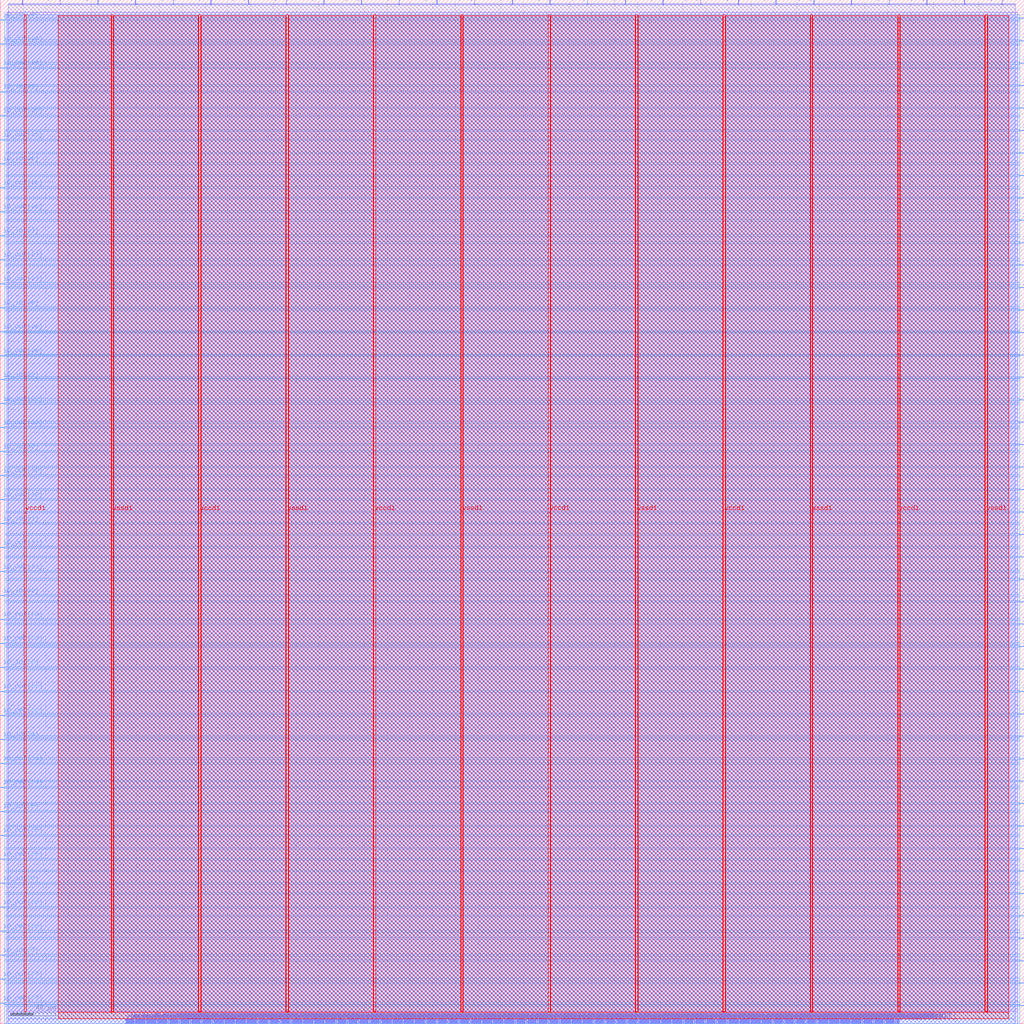
<source format=lef>
VERSION 5.7 ;
  NOWIREEXTENSIONATPIN ON ;
  DIVIDERCHAR "/" ;
  BUSBITCHARS "[]" ;
MACRO chaos_automaton
  CLASS BLOCK ;
  FOREIGN chaos_automaton ;
  ORIGIN 0.000 0.000 ;
  SIZE 900.000 BY 900.000 ;
  PIN io_in[0]
    DIRECTION INPUT ;
    USE SIGNAL ;
    PORT
      LAYER met3 ;
        RECT 896.000 15.680 900.000 16.280 ;
    END
  END io_in[0]
  PIN io_in[10]
    DIRECTION INPUT ;
    USE SIGNAL ;
    PORT
      LAYER met3 ;
        RECT 896.000 607.280 900.000 607.880 ;
    END
  END io_in[10]
  PIN io_in[11]
    DIRECTION INPUT ;
    USE SIGNAL ;
    PORT
      LAYER met3 ;
        RECT 896.000 666.440 900.000 667.040 ;
    END
  END io_in[11]
  PIN io_in[12]
    DIRECTION INPUT ;
    USE SIGNAL ;
    PORT
      LAYER met3 ;
        RECT 896.000 725.600 900.000 726.200 ;
    END
  END io_in[12]
  PIN io_in[13]
    DIRECTION INPUT ;
    USE SIGNAL ;
    PORT
      LAYER met3 ;
        RECT 896.000 784.760 900.000 785.360 ;
    END
  END io_in[13]
  PIN io_in[14]
    DIRECTION INPUT ;
    USE SIGNAL ;
    PORT
      LAYER met3 ;
        RECT 896.000 843.920 900.000 844.520 ;
    END
  END io_in[14]
  PIN io_in[15]
    DIRECTION INPUT ;
    USE SIGNAL ;
    PORT
      LAYER met2 ;
        RECT 880.530 896.000 880.810 900.000 ;
    END
  END io_in[15]
  PIN io_in[16]
    DIRECTION INPUT ;
    USE SIGNAL ;
    PORT
      LAYER met2 ;
        RECT 781.170 896.000 781.450 900.000 ;
    END
  END io_in[16]
  PIN io_in[17]
    DIRECTION INPUT ;
    USE SIGNAL ;
    PORT
      LAYER met2 ;
        RECT 681.810 896.000 682.090 900.000 ;
    END
  END io_in[17]
  PIN io_in[18]
    DIRECTION INPUT ;
    USE SIGNAL ;
    PORT
      LAYER met2 ;
        RECT 582.450 896.000 582.730 900.000 ;
    END
  END io_in[18]
  PIN io_in[19]
    DIRECTION INPUT ;
    USE SIGNAL ;
    PORT
      LAYER met2 ;
        RECT 483.090 896.000 483.370 900.000 ;
    END
  END io_in[19]
  PIN io_in[1]
    DIRECTION INPUT ;
    USE SIGNAL ;
    PORT
      LAYER met3 ;
        RECT 896.000 74.840 900.000 75.440 ;
    END
  END io_in[1]
  PIN io_in[20]
    DIRECTION INPUT ;
    USE SIGNAL ;
    PORT
      LAYER met2 ;
        RECT 383.730 896.000 384.010 900.000 ;
    END
  END io_in[20]
  PIN io_in[21]
    DIRECTION INPUT ;
    USE SIGNAL ;
    PORT
      LAYER met2 ;
        RECT 284.370 896.000 284.650 900.000 ;
    END
  END io_in[21]
  PIN io_in[22]
    DIRECTION INPUT ;
    USE SIGNAL ;
    PORT
      LAYER met2 ;
        RECT 185.010 896.000 185.290 900.000 ;
    END
  END io_in[22]
  PIN io_in[23]
    DIRECTION INPUT ;
    USE SIGNAL ;
    PORT
      LAYER met2 ;
        RECT 85.650 896.000 85.930 900.000 ;
    END
  END io_in[23]
  PIN io_in[24]
    DIRECTION INPUT ;
    USE SIGNAL ;
    PORT
      LAYER met3 ;
        RECT 0.000 882.000 4.000 882.600 ;
    END
  END io_in[24]
  PIN io_in[25]
    DIRECTION INPUT ;
    USE SIGNAL ;
    PORT
      LAYER met3 ;
        RECT 0.000 818.760 4.000 819.360 ;
    END
  END io_in[25]
  PIN io_in[26]
    DIRECTION INPUT ;
    USE SIGNAL ;
    PORT
      LAYER met3 ;
        RECT 0.000 755.520 4.000 756.120 ;
    END
  END io_in[26]
  PIN io_in[27]
    DIRECTION INPUT ;
    USE SIGNAL ;
    PORT
      LAYER met3 ;
        RECT 0.000 692.280 4.000 692.880 ;
    END
  END io_in[27]
  PIN io_in[28]
    DIRECTION INPUT ;
    USE SIGNAL ;
    PORT
      LAYER met3 ;
        RECT 0.000 629.040 4.000 629.640 ;
    END
  END io_in[28]
  PIN io_in[29]
    DIRECTION INPUT ;
    USE SIGNAL ;
    PORT
      LAYER met3 ;
        RECT 0.000 565.800 4.000 566.400 ;
    END
  END io_in[29]
  PIN io_in[2]
    DIRECTION INPUT ;
    USE SIGNAL ;
    PORT
      LAYER met3 ;
        RECT 896.000 134.000 900.000 134.600 ;
    END
  END io_in[2]
  PIN io_in[30]
    DIRECTION INPUT ;
    USE SIGNAL ;
    PORT
      LAYER met3 ;
        RECT 0.000 502.560 4.000 503.160 ;
    END
  END io_in[30]
  PIN io_in[31]
    DIRECTION INPUT ;
    USE SIGNAL ;
    PORT
      LAYER met3 ;
        RECT 0.000 439.320 4.000 439.920 ;
    END
  END io_in[31]
  PIN io_in[32]
    DIRECTION INPUT ;
    USE SIGNAL ;
    PORT
      LAYER met3 ;
        RECT 0.000 376.080 4.000 376.680 ;
    END
  END io_in[32]
  PIN io_in[33]
    DIRECTION INPUT ;
    USE SIGNAL ;
    PORT
      LAYER met3 ;
        RECT 0.000 312.840 4.000 313.440 ;
    END
  END io_in[33]
  PIN io_in[34]
    DIRECTION INPUT ;
    USE SIGNAL ;
    PORT
      LAYER met3 ;
        RECT 0.000 249.600 4.000 250.200 ;
    END
  END io_in[34]
  PIN io_in[35]
    DIRECTION INPUT ;
    USE SIGNAL ;
    PORT
      LAYER met3 ;
        RECT 0.000 186.360 4.000 186.960 ;
    END
  END io_in[35]
  PIN io_in[36]
    DIRECTION INPUT ;
    USE SIGNAL ;
    PORT
      LAYER met3 ;
        RECT 0.000 123.120 4.000 123.720 ;
    END
  END io_in[36]
  PIN io_in[37]
    DIRECTION INPUT ;
    USE SIGNAL ;
    PORT
      LAYER met3 ;
        RECT 0.000 59.880 4.000 60.480 ;
    END
  END io_in[37]
  PIN io_in[3]
    DIRECTION INPUT ;
    USE SIGNAL ;
    PORT
      LAYER met3 ;
        RECT 896.000 193.160 900.000 193.760 ;
    END
  END io_in[3]
  PIN io_in[4]
    DIRECTION INPUT ;
    USE SIGNAL ;
    PORT
      LAYER met3 ;
        RECT 896.000 252.320 900.000 252.920 ;
    END
  END io_in[4]
  PIN io_in[5]
    DIRECTION INPUT ;
    USE SIGNAL ;
    PORT
      LAYER met3 ;
        RECT 896.000 311.480 900.000 312.080 ;
    END
  END io_in[5]
  PIN io_in[6]
    DIRECTION INPUT ;
    USE SIGNAL ;
    PORT
      LAYER met3 ;
        RECT 896.000 370.640 900.000 371.240 ;
    END
  END io_in[6]
  PIN io_in[7]
    DIRECTION INPUT ;
    USE SIGNAL ;
    PORT
      LAYER met3 ;
        RECT 896.000 429.800 900.000 430.400 ;
    END
  END io_in[7]
  PIN io_in[8]
    DIRECTION INPUT ;
    USE SIGNAL ;
    PORT
      LAYER met3 ;
        RECT 896.000 488.960 900.000 489.560 ;
    END
  END io_in[8]
  PIN io_in[9]
    DIRECTION INPUT ;
    USE SIGNAL ;
    PORT
      LAYER met3 ;
        RECT 896.000 548.120 900.000 548.720 ;
    END
  END io_in[9]
  PIN io_oeb[0]
    DIRECTION OUTPUT TRISTATE ;
    USE SIGNAL ;
    PORT
      LAYER met3 ;
        RECT 896.000 55.120 900.000 55.720 ;
    END
  END io_oeb[0]
  PIN io_oeb[10]
    DIRECTION OUTPUT TRISTATE ;
    USE SIGNAL ;
    PORT
      LAYER met3 ;
        RECT 896.000 646.720 900.000 647.320 ;
    END
  END io_oeb[10]
  PIN io_oeb[11]
    DIRECTION OUTPUT TRISTATE ;
    USE SIGNAL ;
    PORT
      LAYER met3 ;
        RECT 896.000 705.880 900.000 706.480 ;
    END
  END io_oeb[11]
  PIN io_oeb[12]
    DIRECTION OUTPUT TRISTATE ;
    USE SIGNAL ;
    PORT
      LAYER met3 ;
        RECT 896.000 765.040 900.000 765.640 ;
    END
  END io_oeb[12]
  PIN io_oeb[13]
    DIRECTION OUTPUT TRISTATE ;
    USE SIGNAL ;
    PORT
      LAYER met3 ;
        RECT 896.000 824.200 900.000 824.800 ;
    END
  END io_oeb[13]
  PIN io_oeb[14]
    DIRECTION OUTPUT TRISTATE ;
    USE SIGNAL ;
    PORT
      LAYER met3 ;
        RECT 896.000 883.360 900.000 883.960 ;
    END
  END io_oeb[14]
  PIN io_oeb[15]
    DIRECTION OUTPUT TRISTATE ;
    USE SIGNAL ;
    PORT
      LAYER met2 ;
        RECT 814.290 896.000 814.570 900.000 ;
    END
  END io_oeb[15]
  PIN io_oeb[16]
    DIRECTION OUTPUT TRISTATE ;
    USE SIGNAL ;
    PORT
      LAYER met2 ;
        RECT 714.930 896.000 715.210 900.000 ;
    END
  END io_oeb[16]
  PIN io_oeb[17]
    DIRECTION OUTPUT TRISTATE ;
    USE SIGNAL ;
    PORT
      LAYER met2 ;
        RECT 615.570 896.000 615.850 900.000 ;
    END
  END io_oeb[17]
  PIN io_oeb[18]
    DIRECTION OUTPUT TRISTATE ;
    USE SIGNAL ;
    PORT
      LAYER met2 ;
        RECT 516.210 896.000 516.490 900.000 ;
    END
  END io_oeb[18]
  PIN io_oeb[19]
    DIRECTION OUTPUT TRISTATE ;
    USE SIGNAL ;
    PORT
      LAYER met2 ;
        RECT 416.850 896.000 417.130 900.000 ;
    END
  END io_oeb[19]
  PIN io_oeb[1]
    DIRECTION OUTPUT TRISTATE ;
    USE SIGNAL ;
    PORT
      LAYER met3 ;
        RECT 896.000 114.280 900.000 114.880 ;
    END
  END io_oeb[1]
  PIN io_oeb[20]
    DIRECTION OUTPUT TRISTATE ;
    USE SIGNAL ;
    PORT
      LAYER met2 ;
        RECT 317.490 896.000 317.770 900.000 ;
    END
  END io_oeb[20]
  PIN io_oeb[21]
    DIRECTION OUTPUT TRISTATE ;
    USE SIGNAL ;
    PORT
      LAYER met2 ;
        RECT 218.130 896.000 218.410 900.000 ;
    END
  END io_oeb[21]
  PIN io_oeb[22]
    DIRECTION OUTPUT TRISTATE ;
    USE SIGNAL ;
    PORT
      LAYER met2 ;
        RECT 118.770 896.000 119.050 900.000 ;
    END
  END io_oeb[22]
  PIN io_oeb[23]
    DIRECTION OUTPUT TRISTATE ;
    USE SIGNAL ;
    PORT
      LAYER met2 ;
        RECT 19.410 896.000 19.690 900.000 ;
    END
  END io_oeb[23]
  PIN io_oeb[24]
    DIRECTION OUTPUT TRISTATE ;
    USE SIGNAL ;
    PORT
      LAYER met3 ;
        RECT 0.000 839.840 4.000 840.440 ;
    END
  END io_oeb[24]
  PIN io_oeb[25]
    DIRECTION OUTPUT TRISTATE ;
    USE SIGNAL ;
    PORT
      LAYER met3 ;
        RECT 0.000 776.600 4.000 777.200 ;
    END
  END io_oeb[25]
  PIN io_oeb[26]
    DIRECTION OUTPUT TRISTATE ;
    USE SIGNAL ;
    PORT
      LAYER met3 ;
        RECT 0.000 713.360 4.000 713.960 ;
    END
  END io_oeb[26]
  PIN io_oeb[27]
    DIRECTION OUTPUT TRISTATE ;
    USE SIGNAL ;
    PORT
      LAYER met3 ;
        RECT 0.000 650.120 4.000 650.720 ;
    END
  END io_oeb[27]
  PIN io_oeb[28]
    DIRECTION OUTPUT TRISTATE ;
    USE SIGNAL ;
    PORT
      LAYER met3 ;
        RECT 0.000 586.880 4.000 587.480 ;
    END
  END io_oeb[28]
  PIN io_oeb[29]
    DIRECTION OUTPUT TRISTATE ;
    USE SIGNAL ;
    PORT
      LAYER met3 ;
        RECT 0.000 523.640 4.000 524.240 ;
    END
  END io_oeb[29]
  PIN io_oeb[2]
    DIRECTION OUTPUT TRISTATE ;
    USE SIGNAL ;
    PORT
      LAYER met3 ;
        RECT 896.000 173.440 900.000 174.040 ;
    END
  END io_oeb[2]
  PIN io_oeb[30]
    DIRECTION OUTPUT TRISTATE ;
    USE SIGNAL ;
    PORT
      LAYER met3 ;
        RECT 0.000 460.400 4.000 461.000 ;
    END
  END io_oeb[30]
  PIN io_oeb[31]
    DIRECTION OUTPUT TRISTATE ;
    USE SIGNAL ;
    PORT
      LAYER met3 ;
        RECT 0.000 397.160 4.000 397.760 ;
    END
  END io_oeb[31]
  PIN io_oeb[32]
    DIRECTION OUTPUT TRISTATE ;
    USE SIGNAL ;
    PORT
      LAYER met3 ;
        RECT 0.000 333.920 4.000 334.520 ;
    END
  END io_oeb[32]
  PIN io_oeb[33]
    DIRECTION OUTPUT TRISTATE ;
    USE SIGNAL ;
    PORT
      LAYER met3 ;
        RECT 0.000 270.680 4.000 271.280 ;
    END
  END io_oeb[33]
  PIN io_oeb[34]
    DIRECTION OUTPUT TRISTATE ;
    USE SIGNAL ;
    PORT
      LAYER met3 ;
        RECT 0.000 207.440 4.000 208.040 ;
    END
  END io_oeb[34]
  PIN io_oeb[35]
    DIRECTION OUTPUT TRISTATE ;
    USE SIGNAL ;
    PORT
      LAYER met3 ;
        RECT 0.000 144.200 4.000 144.800 ;
    END
  END io_oeb[35]
  PIN io_oeb[36]
    DIRECTION OUTPUT TRISTATE ;
    USE SIGNAL ;
    PORT
      LAYER met3 ;
        RECT 0.000 80.960 4.000 81.560 ;
    END
  END io_oeb[36]
  PIN io_oeb[37]
    DIRECTION OUTPUT TRISTATE ;
    USE SIGNAL ;
    PORT
      LAYER met3 ;
        RECT 0.000 17.720 4.000 18.320 ;
    END
  END io_oeb[37]
  PIN io_oeb[3]
    DIRECTION OUTPUT TRISTATE ;
    USE SIGNAL ;
    PORT
      LAYER met3 ;
        RECT 896.000 232.600 900.000 233.200 ;
    END
  END io_oeb[3]
  PIN io_oeb[4]
    DIRECTION OUTPUT TRISTATE ;
    USE SIGNAL ;
    PORT
      LAYER met3 ;
        RECT 896.000 291.760 900.000 292.360 ;
    END
  END io_oeb[4]
  PIN io_oeb[5]
    DIRECTION OUTPUT TRISTATE ;
    USE SIGNAL ;
    PORT
      LAYER met3 ;
        RECT 896.000 350.920 900.000 351.520 ;
    END
  END io_oeb[5]
  PIN io_oeb[6]
    DIRECTION OUTPUT TRISTATE ;
    USE SIGNAL ;
    PORT
      LAYER met3 ;
        RECT 896.000 410.080 900.000 410.680 ;
    END
  END io_oeb[6]
  PIN io_oeb[7]
    DIRECTION OUTPUT TRISTATE ;
    USE SIGNAL ;
    PORT
      LAYER met3 ;
        RECT 896.000 469.240 900.000 469.840 ;
    END
  END io_oeb[7]
  PIN io_oeb[8]
    DIRECTION OUTPUT TRISTATE ;
    USE SIGNAL ;
    PORT
      LAYER met3 ;
        RECT 896.000 528.400 900.000 529.000 ;
    END
  END io_oeb[8]
  PIN io_oeb[9]
    DIRECTION OUTPUT TRISTATE ;
    USE SIGNAL ;
    PORT
      LAYER met3 ;
        RECT 896.000 587.560 900.000 588.160 ;
    END
  END io_oeb[9]
  PIN io_out[0]
    DIRECTION OUTPUT TRISTATE ;
    USE SIGNAL ;
    PORT
      LAYER met3 ;
        RECT 896.000 35.400 900.000 36.000 ;
    END
  END io_out[0]
  PIN io_out[10]
    DIRECTION OUTPUT TRISTATE ;
    USE SIGNAL ;
    PORT
      LAYER met3 ;
        RECT 896.000 627.000 900.000 627.600 ;
    END
  END io_out[10]
  PIN io_out[11]
    DIRECTION OUTPUT TRISTATE ;
    USE SIGNAL ;
    PORT
      LAYER met3 ;
        RECT 896.000 686.160 900.000 686.760 ;
    END
  END io_out[11]
  PIN io_out[12]
    DIRECTION OUTPUT TRISTATE ;
    USE SIGNAL ;
    PORT
      LAYER met3 ;
        RECT 896.000 745.320 900.000 745.920 ;
    END
  END io_out[12]
  PIN io_out[13]
    DIRECTION OUTPUT TRISTATE ;
    USE SIGNAL ;
    PORT
      LAYER met3 ;
        RECT 896.000 804.480 900.000 805.080 ;
    END
  END io_out[13]
  PIN io_out[14]
    DIRECTION OUTPUT TRISTATE ;
    USE SIGNAL ;
    PORT
      LAYER met3 ;
        RECT 896.000 863.640 900.000 864.240 ;
    END
  END io_out[14]
  PIN io_out[15]
    DIRECTION OUTPUT TRISTATE ;
    USE SIGNAL ;
    PORT
      LAYER met2 ;
        RECT 847.410 896.000 847.690 900.000 ;
    END
  END io_out[15]
  PIN io_out[16]
    DIRECTION OUTPUT TRISTATE ;
    USE SIGNAL ;
    PORT
      LAYER met2 ;
        RECT 748.050 896.000 748.330 900.000 ;
    END
  END io_out[16]
  PIN io_out[17]
    DIRECTION OUTPUT TRISTATE ;
    USE SIGNAL ;
    PORT
      LAYER met2 ;
        RECT 648.690 896.000 648.970 900.000 ;
    END
  END io_out[17]
  PIN io_out[18]
    DIRECTION OUTPUT TRISTATE ;
    USE SIGNAL ;
    PORT
      LAYER met2 ;
        RECT 549.330 896.000 549.610 900.000 ;
    END
  END io_out[18]
  PIN io_out[19]
    DIRECTION OUTPUT TRISTATE ;
    USE SIGNAL ;
    PORT
      LAYER met2 ;
        RECT 449.970 896.000 450.250 900.000 ;
    END
  END io_out[19]
  PIN io_out[1]
    DIRECTION OUTPUT TRISTATE ;
    USE SIGNAL ;
    PORT
      LAYER met3 ;
        RECT 896.000 94.560 900.000 95.160 ;
    END
  END io_out[1]
  PIN io_out[20]
    DIRECTION OUTPUT TRISTATE ;
    USE SIGNAL ;
    PORT
      LAYER met2 ;
        RECT 350.610 896.000 350.890 900.000 ;
    END
  END io_out[20]
  PIN io_out[21]
    DIRECTION OUTPUT TRISTATE ;
    USE SIGNAL ;
    PORT
      LAYER met2 ;
        RECT 251.250 896.000 251.530 900.000 ;
    END
  END io_out[21]
  PIN io_out[22]
    DIRECTION OUTPUT TRISTATE ;
    USE SIGNAL ;
    PORT
      LAYER met2 ;
        RECT 151.890 896.000 152.170 900.000 ;
    END
  END io_out[22]
  PIN io_out[23]
    DIRECTION OUTPUT TRISTATE ;
    USE SIGNAL ;
    PORT
      LAYER met2 ;
        RECT 52.530 896.000 52.810 900.000 ;
    END
  END io_out[23]
  PIN io_out[24]
    DIRECTION OUTPUT TRISTATE ;
    USE SIGNAL ;
    PORT
      LAYER met3 ;
        RECT 0.000 860.920 4.000 861.520 ;
    END
  END io_out[24]
  PIN io_out[25]
    DIRECTION OUTPUT TRISTATE ;
    USE SIGNAL ;
    PORT
      LAYER met3 ;
        RECT 0.000 797.680 4.000 798.280 ;
    END
  END io_out[25]
  PIN io_out[26]
    DIRECTION OUTPUT TRISTATE ;
    USE SIGNAL ;
    PORT
      LAYER met3 ;
        RECT 0.000 734.440 4.000 735.040 ;
    END
  END io_out[26]
  PIN io_out[27]
    DIRECTION OUTPUT TRISTATE ;
    USE SIGNAL ;
    PORT
      LAYER met3 ;
        RECT 0.000 671.200 4.000 671.800 ;
    END
  END io_out[27]
  PIN io_out[28]
    DIRECTION OUTPUT TRISTATE ;
    USE SIGNAL ;
    PORT
      LAYER met3 ;
        RECT 0.000 607.960 4.000 608.560 ;
    END
  END io_out[28]
  PIN io_out[29]
    DIRECTION OUTPUT TRISTATE ;
    USE SIGNAL ;
    PORT
      LAYER met3 ;
        RECT 0.000 544.720 4.000 545.320 ;
    END
  END io_out[29]
  PIN io_out[2]
    DIRECTION OUTPUT TRISTATE ;
    USE SIGNAL ;
    PORT
      LAYER met3 ;
        RECT 896.000 153.720 900.000 154.320 ;
    END
  END io_out[2]
  PIN io_out[30]
    DIRECTION OUTPUT TRISTATE ;
    USE SIGNAL ;
    PORT
      LAYER met3 ;
        RECT 0.000 481.480 4.000 482.080 ;
    END
  END io_out[30]
  PIN io_out[31]
    DIRECTION OUTPUT TRISTATE ;
    USE SIGNAL ;
    PORT
      LAYER met3 ;
        RECT 0.000 418.240 4.000 418.840 ;
    END
  END io_out[31]
  PIN io_out[32]
    DIRECTION OUTPUT TRISTATE ;
    USE SIGNAL ;
    PORT
      LAYER met3 ;
        RECT 0.000 355.000 4.000 355.600 ;
    END
  END io_out[32]
  PIN io_out[33]
    DIRECTION OUTPUT TRISTATE ;
    USE SIGNAL ;
    PORT
      LAYER met3 ;
        RECT 0.000 291.760 4.000 292.360 ;
    END
  END io_out[33]
  PIN io_out[34]
    DIRECTION OUTPUT TRISTATE ;
    USE SIGNAL ;
    PORT
      LAYER met3 ;
        RECT 0.000 228.520 4.000 229.120 ;
    END
  END io_out[34]
  PIN io_out[35]
    DIRECTION OUTPUT TRISTATE ;
    USE SIGNAL ;
    PORT
      LAYER met3 ;
        RECT 0.000 165.280 4.000 165.880 ;
    END
  END io_out[35]
  PIN io_out[36]
    DIRECTION OUTPUT TRISTATE ;
    USE SIGNAL ;
    PORT
      LAYER met3 ;
        RECT 0.000 102.040 4.000 102.640 ;
    END
  END io_out[36]
  PIN io_out[37]
    DIRECTION OUTPUT TRISTATE ;
    USE SIGNAL ;
    PORT
      LAYER met3 ;
        RECT 0.000 38.800 4.000 39.400 ;
    END
  END io_out[37]
  PIN io_out[3]
    DIRECTION OUTPUT TRISTATE ;
    USE SIGNAL ;
    PORT
      LAYER met3 ;
        RECT 896.000 212.880 900.000 213.480 ;
    END
  END io_out[3]
  PIN io_out[4]
    DIRECTION OUTPUT TRISTATE ;
    USE SIGNAL ;
    PORT
      LAYER met3 ;
        RECT 896.000 272.040 900.000 272.640 ;
    END
  END io_out[4]
  PIN io_out[5]
    DIRECTION OUTPUT TRISTATE ;
    USE SIGNAL ;
    PORT
      LAYER met3 ;
        RECT 896.000 331.200 900.000 331.800 ;
    END
  END io_out[5]
  PIN io_out[6]
    DIRECTION OUTPUT TRISTATE ;
    USE SIGNAL ;
    PORT
      LAYER met3 ;
        RECT 896.000 390.360 900.000 390.960 ;
    END
  END io_out[6]
  PIN io_out[7]
    DIRECTION OUTPUT TRISTATE ;
    USE SIGNAL ;
    PORT
      LAYER met3 ;
        RECT 896.000 449.520 900.000 450.120 ;
    END
  END io_out[7]
  PIN io_out[8]
    DIRECTION OUTPUT TRISTATE ;
    USE SIGNAL ;
    PORT
      LAYER met3 ;
        RECT 896.000 508.680 900.000 509.280 ;
    END
  END io_out[8]
  PIN io_out[9]
    DIRECTION OUTPUT TRISTATE ;
    USE SIGNAL ;
    PORT
      LAYER met3 ;
        RECT 896.000 567.840 900.000 568.440 ;
    END
  END io_out[9]
  PIN irq[0]
    DIRECTION OUTPUT TRISTATE ;
    USE SIGNAL ;
    PORT
      LAYER met2 ;
        RECT 786.690 0.000 786.970 4.000 ;
    END
  END irq[0]
  PIN irq[1]
    DIRECTION OUTPUT TRISTATE ;
    USE SIGNAL ;
    PORT
      LAYER met2 ;
        RECT 788.070 0.000 788.350 4.000 ;
    END
  END irq[1]
  PIN irq[2]
    DIRECTION OUTPUT TRISTATE ;
    USE SIGNAL ;
    PORT
      LAYER met2 ;
        RECT 789.450 0.000 789.730 4.000 ;
    END
  END irq[2]
  PIN la_data_in[0]
    DIRECTION INPUT ;
    USE SIGNAL ;
    PORT
      LAYER met2 ;
        RECT 256.770 0.000 257.050 4.000 ;
    END
  END la_data_in[0]
  PIN la_data_in[100]
    DIRECTION INPUT ;
    USE SIGNAL ;
    PORT
      LAYER met2 ;
        RECT 670.770 0.000 671.050 4.000 ;
    END
  END la_data_in[100]
  PIN la_data_in[101]
    DIRECTION INPUT ;
    USE SIGNAL ;
    PORT
      LAYER met2 ;
        RECT 674.910 0.000 675.190 4.000 ;
    END
  END la_data_in[101]
  PIN la_data_in[102]
    DIRECTION INPUT ;
    USE SIGNAL ;
    PORT
      LAYER met2 ;
        RECT 679.050 0.000 679.330 4.000 ;
    END
  END la_data_in[102]
  PIN la_data_in[103]
    DIRECTION INPUT ;
    USE SIGNAL ;
    PORT
      LAYER met2 ;
        RECT 683.190 0.000 683.470 4.000 ;
    END
  END la_data_in[103]
  PIN la_data_in[104]
    DIRECTION INPUT ;
    USE SIGNAL ;
    PORT
      LAYER met2 ;
        RECT 687.330 0.000 687.610 4.000 ;
    END
  END la_data_in[104]
  PIN la_data_in[105]
    DIRECTION INPUT ;
    USE SIGNAL ;
    PORT
      LAYER met2 ;
        RECT 691.470 0.000 691.750 4.000 ;
    END
  END la_data_in[105]
  PIN la_data_in[106]
    DIRECTION INPUT ;
    USE SIGNAL ;
    PORT
      LAYER met2 ;
        RECT 695.610 0.000 695.890 4.000 ;
    END
  END la_data_in[106]
  PIN la_data_in[107]
    DIRECTION INPUT ;
    USE SIGNAL ;
    PORT
      LAYER met2 ;
        RECT 699.750 0.000 700.030 4.000 ;
    END
  END la_data_in[107]
  PIN la_data_in[108]
    DIRECTION INPUT ;
    USE SIGNAL ;
    PORT
      LAYER met2 ;
        RECT 703.890 0.000 704.170 4.000 ;
    END
  END la_data_in[108]
  PIN la_data_in[109]
    DIRECTION INPUT ;
    USE SIGNAL ;
    PORT
      LAYER met2 ;
        RECT 708.030 0.000 708.310 4.000 ;
    END
  END la_data_in[109]
  PIN la_data_in[10]
    DIRECTION INPUT ;
    USE SIGNAL ;
    PORT
      LAYER met2 ;
        RECT 298.170 0.000 298.450 4.000 ;
    END
  END la_data_in[10]
  PIN la_data_in[110]
    DIRECTION INPUT ;
    USE SIGNAL ;
    PORT
      LAYER met2 ;
        RECT 712.170 0.000 712.450 4.000 ;
    END
  END la_data_in[110]
  PIN la_data_in[111]
    DIRECTION INPUT ;
    USE SIGNAL ;
    PORT
      LAYER met2 ;
        RECT 716.310 0.000 716.590 4.000 ;
    END
  END la_data_in[111]
  PIN la_data_in[112]
    DIRECTION INPUT ;
    USE SIGNAL ;
    PORT
      LAYER met2 ;
        RECT 720.450 0.000 720.730 4.000 ;
    END
  END la_data_in[112]
  PIN la_data_in[113]
    DIRECTION INPUT ;
    USE SIGNAL ;
    PORT
      LAYER met2 ;
        RECT 724.590 0.000 724.870 4.000 ;
    END
  END la_data_in[113]
  PIN la_data_in[114]
    DIRECTION INPUT ;
    USE SIGNAL ;
    PORT
      LAYER met2 ;
        RECT 728.730 0.000 729.010 4.000 ;
    END
  END la_data_in[114]
  PIN la_data_in[115]
    DIRECTION INPUT ;
    USE SIGNAL ;
    PORT
      LAYER met2 ;
        RECT 732.870 0.000 733.150 4.000 ;
    END
  END la_data_in[115]
  PIN la_data_in[116]
    DIRECTION INPUT ;
    USE SIGNAL ;
    PORT
      LAYER met2 ;
        RECT 737.010 0.000 737.290 4.000 ;
    END
  END la_data_in[116]
  PIN la_data_in[117]
    DIRECTION INPUT ;
    USE SIGNAL ;
    PORT
      LAYER met2 ;
        RECT 741.150 0.000 741.430 4.000 ;
    END
  END la_data_in[117]
  PIN la_data_in[118]
    DIRECTION INPUT ;
    USE SIGNAL ;
    PORT
      LAYER met2 ;
        RECT 745.290 0.000 745.570 4.000 ;
    END
  END la_data_in[118]
  PIN la_data_in[119]
    DIRECTION INPUT ;
    USE SIGNAL ;
    PORT
      LAYER met2 ;
        RECT 749.430 0.000 749.710 4.000 ;
    END
  END la_data_in[119]
  PIN la_data_in[11]
    DIRECTION INPUT ;
    USE SIGNAL ;
    PORT
      LAYER met2 ;
        RECT 302.310 0.000 302.590 4.000 ;
    END
  END la_data_in[11]
  PIN la_data_in[120]
    DIRECTION INPUT ;
    USE SIGNAL ;
    PORT
      LAYER met2 ;
        RECT 753.570 0.000 753.850 4.000 ;
    END
  END la_data_in[120]
  PIN la_data_in[121]
    DIRECTION INPUT ;
    USE SIGNAL ;
    PORT
      LAYER met2 ;
        RECT 757.710 0.000 757.990 4.000 ;
    END
  END la_data_in[121]
  PIN la_data_in[122]
    DIRECTION INPUT ;
    USE SIGNAL ;
    PORT
      LAYER met2 ;
        RECT 761.850 0.000 762.130 4.000 ;
    END
  END la_data_in[122]
  PIN la_data_in[123]
    DIRECTION INPUT ;
    USE SIGNAL ;
    PORT
      LAYER met2 ;
        RECT 765.990 0.000 766.270 4.000 ;
    END
  END la_data_in[123]
  PIN la_data_in[124]
    DIRECTION INPUT ;
    USE SIGNAL ;
    PORT
      LAYER met2 ;
        RECT 770.130 0.000 770.410 4.000 ;
    END
  END la_data_in[124]
  PIN la_data_in[125]
    DIRECTION INPUT ;
    USE SIGNAL ;
    PORT
      LAYER met2 ;
        RECT 774.270 0.000 774.550 4.000 ;
    END
  END la_data_in[125]
  PIN la_data_in[126]
    DIRECTION INPUT ;
    USE SIGNAL ;
    PORT
      LAYER met2 ;
        RECT 778.410 0.000 778.690 4.000 ;
    END
  END la_data_in[126]
  PIN la_data_in[127]
    DIRECTION INPUT ;
    USE SIGNAL ;
    PORT
      LAYER met2 ;
        RECT 782.550 0.000 782.830 4.000 ;
    END
  END la_data_in[127]
  PIN la_data_in[12]
    DIRECTION INPUT ;
    USE SIGNAL ;
    PORT
      LAYER met2 ;
        RECT 306.450 0.000 306.730 4.000 ;
    END
  END la_data_in[12]
  PIN la_data_in[13]
    DIRECTION INPUT ;
    USE SIGNAL ;
    PORT
      LAYER met2 ;
        RECT 310.590 0.000 310.870 4.000 ;
    END
  END la_data_in[13]
  PIN la_data_in[14]
    DIRECTION INPUT ;
    USE SIGNAL ;
    PORT
      LAYER met2 ;
        RECT 314.730 0.000 315.010 4.000 ;
    END
  END la_data_in[14]
  PIN la_data_in[15]
    DIRECTION INPUT ;
    USE SIGNAL ;
    PORT
      LAYER met2 ;
        RECT 318.870 0.000 319.150 4.000 ;
    END
  END la_data_in[15]
  PIN la_data_in[16]
    DIRECTION INPUT ;
    USE SIGNAL ;
    PORT
      LAYER met2 ;
        RECT 323.010 0.000 323.290 4.000 ;
    END
  END la_data_in[16]
  PIN la_data_in[17]
    DIRECTION INPUT ;
    USE SIGNAL ;
    PORT
      LAYER met2 ;
        RECT 327.150 0.000 327.430 4.000 ;
    END
  END la_data_in[17]
  PIN la_data_in[18]
    DIRECTION INPUT ;
    USE SIGNAL ;
    PORT
      LAYER met2 ;
        RECT 331.290 0.000 331.570 4.000 ;
    END
  END la_data_in[18]
  PIN la_data_in[19]
    DIRECTION INPUT ;
    USE SIGNAL ;
    PORT
      LAYER met2 ;
        RECT 335.430 0.000 335.710 4.000 ;
    END
  END la_data_in[19]
  PIN la_data_in[1]
    DIRECTION INPUT ;
    USE SIGNAL ;
    PORT
      LAYER met2 ;
        RECT 260.910 0.000 261.190 4.000 ;
    END
  END la_data_in[1]
  PIN la_data_in[20]
    DIRECTION INPUT ;
    USE SIGNAL ;
    PORT
      LAYER met2 ;
        RECT 339.570 0.000 339.850 4.000 ;
    END
  END la_data_in[20]
  PIN la_data_in[21]
    DIRECTION INPUT ;
    USE SIGNAL ;
    PORT
      LAYER met2 ;
        RECT 343.710 0.000 343.990 4.000 ;
    END
  END la_data_in[21]
  PIN la_data_in[22]
    DIRECTION INPUT ;
    USE SIGNAL ;
    PORT
      LAYER met2 ;
        RECT 347.850 0.000 348.130 4.000 ;
    END
  END la_data_in[22]
  PIN la_data_in[23]
    DIRECTION INPUT ;
    USE SIGNAL ;
    PORT
      LAYER met2 ;
        RECT 351.990 0.000 352.270 4.000 ;
    END
  END la_data_in[23]
  PIN la_data_in[24]
    DIRECTION INPUT ;
    USE SIGNAL ;
    PORT
      LAYER met2 ;
        RECT 356.130 0.000 356.410 4.000 ;
    END
  END la_data_in[24]
  PIN la_data_in[25]
    DIRECTION INPUT ;
    USE SIGNAL ;
    PORT
      LAYER met2 ;
        RECT 360.270 0.000 360.550 4.000 ;
    END
  END la_data_in[25]
  PIN la_data_in[26]
    DIRECTION INPUT ;
    USE SIGNAL ;
    PORT
      LAYER met2 ;
        RECT 364.410 0.000 364.690 4.000 ;
    END
  END la_data_in[26]
  PIN la_data_in[27]
    DIRECTION INPUT ;
    USE SIGNAL ;
    PORT
      LAYER met2 ;
        RECT 368.550 0.000 368.830 4.000 ;
    END
  END la_data_in[27]
  PIN la_data_in[28]
    DIRECTION INPUT ;
    USE SIGNAL ;
    PORT
      LAYER met2 ;
        RECT 372.690 0.000 372.970 4.000 ;
    END
  END la_data_in[28]
  PIN la_data_in[29]
    DIRECTION INPUT ;
    USE SIGNAL ;
    PORT
      LAYER met2 ;
        RECT 376.830 0.000 377.110 4.000 ;
    END
  END la_data_in[29]
  PIN la_data_in[2]
    DIRECTION INPUT ;
    USE SIGNAL ;
    PORT
      LAYER met2 ;
        RECT 265.050 0.000 265.330 4.000 ;
    END
  END la_data_in[2]
  PIN la_data_in[30]
    DIRECTION INPUT ;
    USE SIGNAL ;
    PORT
      LAYER met2 ;
        RECT 380.970 0.000 381.250 4.000 ;
    END
  END la_data_in[30]
  PIN la_data_in[31]
    DIRECTION INPUT ;
    USE SIGNAL ;
    PORT
      LAYER met2 ;
        RECT 385.110 0.000 385.390 4.000 ;
    END
  END la_data_in[31]
  PIN la_data_in[32]
    DIRECTION INPUT ;
    USE SIGNAL ;
    PORT
      LAYER met2 ;
        RECT 389.250 0.000 389.530 4.000 ;
    END
  END la_data_in[32]
  PIN la_data_in[33]
    DIRECTION INPUT ;
    USE SIGNAL ;
    PORT
      LAYER met2 ;
        RECT 393.390 0.000 393.670 4.000 ;
    END
  END la_data_in[33]
  PIN la_data_in[34]
    DIRECTION INPUT ;
    USE SIGNAL ;
    PORT
      LAYER met2 ;
        RECT 397.530 0.000 397.810 4.000 ;
    END
  END la_data_in[34]
  PIN la_data_in[35]
    DIRECTION INPUT ;
    USE SIGNAL ;
    PORT
      LAYER met2 ;
        RECT 401.670 0.000 401.950 4.000 ;
    END
  END la_data_in[35]
  PIN la_data_in[36]
    DIRECTION INPUT ;
    USE SIGNAL ;
    PORT
      LAYER met2 ;
        RECT 405.810 0.000 406.090 4.000 ;
    END
  END la_data_in[36]
  PIN la_data_in[37]
    DIRECTION INPUT ;
    USE SIGNAL ;
    PORT
      LAYER met2 ;
        RECT 409.950 0.000 410.230 4.000 ;
    END
  END la_data_in[37]
  PIN la_data_in[38]
    DIRECTION INPUT ;
    USE SIGNAL ;
    PORT
      LAYER met2 ;
        RECT 414.090 0.000 414.370 4.000 ;
    END
  END la_data_in[38]
  PIN la_data_in[39]
    DIRECTION INPUT ;
    USE SIGNAL ;
    PORT
      LAYER met2 ;
        RECT 418.230 0.000 418.510 4.000 ;
    END
  END la_data_in[39]
  PIN la_data_in[3]
    DIRECTION INPUT ;
    USE SIGNAL ;
    PORT
      LAYER met2 ;
        RECT 269.190 0.000 269.470 4.000 ;
    END
  END la_data_in[3]
  PIN la_data_in[40]
    DIRECTION INPUT ;
    USE SIGNAL ;
    PORT
      LAYER met2 ;
        RECT 422.370 0.000 422.650 4.000 ;
    END
  END la_data_in[40]
  PIN la_data_in[41]
    DIRECTION INPUT ;
    USE SIGNAL ;
    PORT
      LAYER met2 ;
        RECT 426.510 0.000 426.790 4.000 ;
    END
  END la_data_in[41]
  PIN la_data_in[42]
    DIRECTION INPUT ;
    USE SIGNAL ;
    PORT
      LAYER met2 ;
        RECT 430.650 0.000 430.930 4.000 ;
    END
  END la_data_in[42]
  PIN la_data_in[43]
    DIRECTION INPUT ;
    USE SIGNAL ;
    PORT
      LAYER met2 ;
        RECT 434.790 0.000 435.070 4.000 ;
    END
  END la_data_in[43]
  PIN la_data_in[44]
    DIRECTION INPUT ;
    USE SIGNAL ;
    PORT
      LAYER met2 ;
        RECT 438.930 0.000 439.210 4.000 ;
    END
  END la_data_in[44]
  PIN la_data_in[45]
    DIRECTION INPUT ;
    USE SIGNAL ;
    PORT
      LAYER met2 ;
        RECT 443.070 0.000 443.350 4.000 ;
    END
  END la_data_in[45]
  PIN la_data_in[46]
    DIRECTION INPUT ;
    USE SIGNAL ;
    PORT
      LAYER met2 ;
        RECT 447.210 0.000 447.490 4.000 ;
    END
  END la_data_in[46]
  PIN la_data_in[47]
    DIRECTION INPUT ;
    USE SIGNAL ;
    PORT
      LAYER met2 ;
        RECT 451.350 0.000 451.630 4.000 ;
    END
  END la_data_in[47]
  PIN la_data_in[48]
    DIRECTION INPUT ;
    USE SIGNAL ;
    PORT
      LAYER met2 ;
        RECT 455.490 0.000 455.770 4.000 ;
    END
  END la_data_in[48]
  PIN la_data_in[49]
    DIRECTION INPUT ;
    USE SIGNAL ;
    PORT
      LAYER met2 ;
        RECT 459.630 0.000 459.910 4.000 ;
    END
  END la_data_in[49]
  PIN la_data_in[4]
    DIRECTION INPUT ;
    USE SIGNAL ;
    PORT
      LAYER met2 ;
        RECT 273.330 0.000 273.610 4.000 ;
    END
  END la_data_in[4]
  PIN la_data_in[50]
    DIRECTION INPUT ;
    USE SIGNAL ;
    PORT
      LAYER met2 ;
        RECT 463.770 0.000 464.050 4.000 ;
    END
  END la_data_in[50]
  PIN la_data_in[51]
    DIRECTION INPUT ;
    USE SIGNAL ;
    PORT
      LAYER met2 ;
        RECT 467.910 0.000 468.190 4.000 ;
    END
  END la_data_in[51]
  PIN la_data_in[52]
    DIRECTION INPUT ;
    USE SIGNAL ;
    PORT
      LAYER met2 ;
        RECT 472.050 0.000 472.330 4.000 ;
    END
  END la_data_in[52]
  PIN la_data_in[53]
    DIRECTION INPUT ;
    USE SIGNAL ;
    PORT
      LAYER met2 ;
        RECT 476.190 0.000 476.470 4.000 ;
    END
  END la_data_in[53]
  PIN la_data_in[54]
    DIRECTION INPUT ;
    USE SIGNAL ;
    PORT
      LAYER met2 ;
        RECT 480.330 0.000 480.610 4.000 ;
    END
  END la_data_in[54]
  PIN la_data_in[55]
    DIRECTION INPUT ;
    USE SIGNAL ;
    PORT
      LAYER met2 ;
        RECT 484.470 0.000 484.750 4.000 ;
    END
  END la_data_in[55]
  PIN la_data_in[56]
    DIRECTION INPUT ;
    USE SIGNAL ;
    PORT
      LAYER met2 ;
        RECT 488.610 0.000 488.890 4.000 ;
    END
  END la_data_in[56]
  PIN la_data_in[57]
    DIRECTION INPUT ;
    USE SIGNAL ;
    PORT
      LAYER met2 ;
        RECT 492.750 0.000 493.030 4.000 ;
    END
  END la_data_in[57]
  PIN la_data_in[58]
    DIRECTION INPUT ;
    USE SIGNAL ;
    PORT
      LAYER met2 ;
        RECT 496.890 0.000 497.170 4.000 ;
    END
  END la_data_in[58]
  PIN la_data_in[59]
    DIRECTION INPUT ;
    USE SIGNAL ;
    PORT
      LAYER met2 ;
        RECT 501.030 0.000 501.310 4.000 ;
    END
  END la_data_in[59]
  PIN la_data_in[5]
    DIRECTION INPUT ;
    USE SIGNAL ;
    PORT
      LAYER met2 ;
        RECT 277.470 0.000 277.750 4.000 ;
    END
  END la_data_in[5]
  PIN la_data_in[60]
    DIRECTION INPUT ;
    USE SIGNAL ;
    PORT
      LAYER met2 ;
        RECT 505.170 0.000 505.450 4.000 ;
    END
  END la_data_in[60]
  PIN la_data_in[61]
    DIRECTION INPUT ;
    USE SIGNAL ;
    PORT
      LAYER met2 ;
        RECT 509.310 0.000 509.590 4.000 ;
    END
  END la_data_in[61]
  PIN la_data_in[62]
    DIRECTION INPUT ;
    USE SIGNAL ;
    PORT
      LAYER met2 ;
        RECT 513.450 0.000 513.730 4.000 ;
    END
  END la_data_in[62]
  PIN la_data_in[63]
    DIRECTION INPUT ;
    USE SIGNAL ;
    PORT
      LAYER met2 ;
        RECT 517.590 0.000 517.870 4.000 ;
    END
  END la_data_in[63]
  PIN la_data_in[64]
    DIRECTION INPUT ;
    USE SIGNAL ;
    PORT
      LAYER met2 ;
        RECT 521.730 0.000 522.010 4.000 ;
    END
  END la_data_in[64]
  PIN la_data_in[65]
    DIRECTION INPUT ;
    USE SIGNAL ;
    PORT
      LAYER met2 ;
        RECT 525.870 0.000 526.150 4.000 ;
    END
  END la_data_in[65]
  PIN la_data_in[66]
    DIRECTION INPUT ;
    USE SIGNAL ;
    PORT
      LAYER met2 ;
        RECT 530.010 0.000 530.290 4.000 ;
    END
  END la_data_in[66]
  PIN la_data_in[67]
    DIRECTION INPUT ;
    USE SIGNAL ;
    PORT
      LAYER met2 ;
        RECT 534.150 0.000 534.430 4.000 ;
    END
  END la_data_in[67]
  PIN la_data_in[68]
    DIRECTION INPUT ;
    USE SIGNAL ;
    PORT
      LAYER met2 ;
        RECT 538.290 0.000 538.570 4.000 ;
    END
  END la_data_in[68]
  PIN la_data_in[69]
    DIRECTION INPUT ;
    USE SIGNAL ;
    PORT
      LAYER met2 ;
        RECT 542.430 0.000 542.710 4.000 ;
    END
  END la_data_in[69]
  PIN la_data_in[6]
    DIRECTION INPUT ;
    USE SIGNAL ;
    PORT
      LAYER met2 ;
        RECT 281.610 0.000 281.890 4.000 ;
    END
  END la_data_in[6]
  PIN la_data_in[70]
    DIRECTION INPUT ;
    USE SIGNAL ;
    PORT
      LAYER met2 ;
        RECT 546.570 0.000 546.850 4.000 ;
    END
  END la_data_in[70]
  PIN la_data_in[71]
    DIRECTION INPUT ;
    USE SIGNAL ;
    PORT
      LAYER met2 ;
        RECT 550.710 0.000 550.990 4.000 ;
    END
  END la_data_in[71]
  PIN la_data_in[72]
    DIRECTION INPUT ;
    USE SIGNAL ;
    PORT
      LAYER met2 ;
        RECT 554.850 0.000 555.130 4.000 ;
    END
  END la_data_in[72]
  PIN la_data_in[73]
    DIRECTION INPUT ;
    USE SIGNAL ;
    PORT
      LAYER met2 ;
        RECT 558.990 0.000 559.270 4.000 ;
    END
  END la_data_in[73]
  PIN la_data_in[74]
    DIRECTION INPUT ;
    USE SIGNAL ;
    PORT
      LAYER met2 ;
        RECT 563.130 0.000 563.410 4.000 ;
    END
  END la_data_in[74]
  PIN la_data_in[75]
    DIRECTION INPUT ;
    USE SIGNAL ;
    PORT
      LAYER met2 ;
        RECT 567.270 0.000 567.550 4.000 ;
    END
  END la_data_in[75]
  PIN la_data_in[76]
    DIRECTION INPUT ;
    USE SIGNAL ;
    PORT
      LAYER met2 ;
        RECT 571.410 0.000 571.690 4.000 ;
    END
  END la_data_in[76]
  PIN la_data_in[77]
    DIRECTION INPUT ;
    USE SIGNAL ;
    PORT
      LAYER met2 ;
        RECT 575.550 0.000 575.830 4.000 ;
    END
  END la_data_in[77]
  PIN la_data_in[78]
    DIRECTION INPUT ;
    USE SIGNAL ;
    PORT
      LAYER met2 ;
        RECT 579.690 0.000 579.970 4.000 ;
    END
  END la_data_in[78]
  PIN la_data_in[79]
    DIRECTION INPUT ;
    USE SIGNAL ;
    PORT
      LAYER met2 ;
        RECT 583.830 0.000 584.110 4.000 ;
    END
  END la_data_in[79]
  PIN la_data_in[7]
    DIRECTION INPUT ;
    USE SIGNAL ;
    PORT
      LAYER met2 ;
        RECT 285.750 0.000 286.030 4.000 ;
    END
  END la_data_in[7]
  PIN la_data_in[80]
    DIRECTION INPUT ;
    USE SIGNAL ;
    PORT
      LAYER met2 ;
        RECT 587.970 0.000 588.250 4.000 ;
    END
  END la_data_in[80]
  PIN la_data_in[81]
    DIRECTION INPUT ;
    USE SIGNAL ;
    PORT
      LAYER met2 ;
        RECT 592.110 0.000 592.390 4.000 ;
    END
  END la_data_in[81]
  PIN la_data_in[82]
    DIRECTION INPUT ;
    USE SIGNAL ;
    PORT
      LAYER met2 ;
        RECT 596.250 0.000 596.530 4.000 ;
    END
  END la_data_in[82]
  PIN la_data_in[83]
    DIRECTION INPUT ;
    USE SIGNAL ;
    PORT
      LAYER met2 ;
        RECT 600.390 0.000 600.670 4.000 ;
    END
  END la_data_in[83]
  PIN la_data_in[84]
    DIRECTION INPUT ;
    USE SIGNAL ;
    PORT
      LAYER met2 ;
        RECT 604.530 0.000 604.810 4.000 ;
    END
  END la_data_in[84]
  PIN la_data_in[85]
    DIRECTION INPUT ;
    USE SIGNAL ;
    PORT
      LAYER met2 ;
        RECT 608.670 0.000 608.950 4.000 ;
    END
  END la_data_in[85]
  PIN la_data_in[86]
    DIRECTION INPUT ;
    USE SIGNAL ;
    PORT
      LAYER met2 ;
        RECT 612.810 0.000 613.090 4.000 ;
    END
  END la_data_in[86]
  PIN la_data_in[87]
    DIRECTION INPUT ;
    USE SIGNAL ;
    PORT
      LAYER met2 ;
        RECT 616.950 0.000 617.230 4.000 ;
    END
  END la_data_in[87]
  PIN la_data_in[88]
    DIRECTION INPUT ;
    USE SIGNAL ;
    PORT
      LAYER met2 ;
        RECT 621.090 0.000 621.370 4.000 ;
    END
  END la_data_in[88]
  PIN la_data_in[89]
    DIRECTION INPUT ;
    USE SIGNAL ;
    PORT
      LAYER met2 ;
        RECT 625.230 0.000 625.510 4.000 ;
    END
  END la_data_in[89]
  PIN la_data_in[8]
    DIRECTION INPUT ;
    USE SIGNAL ;
    PORT
      LAYER met2 ;
        RECT 289.890 0.000 290.170 4.000 ;
    END
  END la_data_in[8]
  PIN la_data_in[90]
    DIRECTION INPUT ;
    USE SIGNAL ;
    PORT
      LAYER met2 ;
        RECT 629.370 0.000 629.650 4.000 ;
    END
  END la_data_in[90]
  PIN la_data_in[91]
    DIRECTION INPUT ;
    USE SIGNAL ;
    PORT
      LAYER met2 ;
        RECT 633.510 0.000 633.790 4.000 ;
    END
  END la_data_in[91]
  PIN la_data_in[92]
    DIRECTION INPUT ;
    USE SIGNAL ;
    PORT
      LAYER met2 ;
        RECT 637.650 0.000 637.930 4.000 ;
    END
  END la_data_in[92]
  PIN la_data_in[93]
    DIRECTION INPUT ;
    USE SIGNAL ;
    PORT
      LAYER met2 ;
        RECT 641.790 0.000 642.070 4.000 ;
    END
  END la_data_in[93]
  PIN la_data_in[94]
    DIRECTION INPUT ;
    USE SIGNAL ;
    PORT
      LAYER met2 ;
        RECT 645.930 0.000 646.210 4.000 ;
    END
  END la_data_in[94]
  PIN la_data_in[95]
    DIRECTION INPUT ;
    USE SIGNAL ;
    PORT
      LAYER met2 ;
        RECT 650.070 0.000 650.350 4.000 ;
    END
  END la_data_in[95]
  PIN la_data_in[96]
    DIRECTION INPUT ;
    USE SIGNAL ;
    PORT
      LAYER met2 ;
        RECT 654.210 0.000 654.490 4.000 ;
    END
  END la_data_in[96]
  PIN la_data_in[97]
    DIRECTION INPUT ;
    USE SIGNAL ;
    PORT
      LAYER met2 ;
        RECT 658.350 0.000 658.630 4.000 ;
    END
  END la_data_in[97]
  PIN la_data_in[98]
    DIRECTION INPUT ;
    USE SIGNAL ;
    PORT
      LAYER met2 ;
        RECT 662.490 0.000 662.770 4.000 ;
    END
  END la_data_in[98]
  PIN la_data_in[99]
    DIRECTION INPUT ;
    USE SIGNAL ;
    PORT
      LAYER met2 ;
        RECT 666.630 0.000 666.910 4.000 ;
    END
  END la_data_in[99]
  PIN la_data_in[9]
    DIRECTION INPUT ;
    USE SIGNAL ;
    PORT
      LAYER met2 ;
        RECT 294.030 0.000 294.310 4.000 ;
    END
  END la_data_in[9]
  PIN la_data_out[0]
    DIRECTION OUTPUT TRISTATE ;
    USE SIGNAL ;
    PORT
      LAYER met2 ;
        RECT 258.150 0.000 258.430 4.000 ;
    END
  END la_data_out[0]
  PIN la_data_out[100]
    DIRECTION OUTPUT TRISTATE ;
    USE SIGNAL ;
    PORT
      LAYER met2 ;
        RECT 672.150 0.000 672.430 4.000 ;
    END
  END la_data_out[100]
  PIN la_data_out[101]
    DIRECTION OUTPUT TRISTATE ;
    USE SIGNAL ;
    PORT
      LAYER met2 ;
        RECT 676.290 0.000 676.570 4.000 ;
    END
  END la_data_out[101]
  PIN la_data_out[102]
    DIRECTION OUTPUT TRISTATE ;
    USE SIGNAL ;
    PORT
      LAYER met2 ;
        RECT 680.430 0.000 680.710 4.000 ;
    END
  END la_data_out[102]
  PIN la_data_out[103]
    DIRECTION OUTPUT TRISTATE ;
    USE SIGNAL ;
    PORT
      LAYER met2 ;
        RECT 684.570 0.000 684.850 4.000 ;
    END
  END la_data_out[103]
  PIN la_data_out[104]
    DIRECTION OUTPUT TRISTATE ;
    USE SIGNAL ;
    PORT
      LAYER met2 ;
        RECT 688.710 0.000 688.990 4.000 ;
    END
  END la_data_out[104]
  PIN la_data_out[105]
    DIRECTION OUTPUT TRISTATE ;
    USE SIGNAL ;
    PORT
      LAYER met2 ;
        RECT 692.850 0.000 693.130 4.000 ;
    END
  END la_data_out[105]
  PIN la_data_out[106]
    DIRECTION OUTPUT TRISTATE ;
    USE SIGNAL ;
    PORT
      LAYER met2 ;
        RECT 696.990 0.000 697.270 4.000 ;
    END
  END la_data_out[106]
  PIN la_data_out[107]
    DIRECTION OUTPUT TRISTATE ;
    USE SIGNAL ;
    PORT
      LAYER met2 ;
        RECT 701.130 0.000 701.410 4.000 ;
    END
  END la_data_out[107]
  PIN la_data_out[108]
    DIRECTION OUTPUT TRISTATE ;
    USE SIGNAL ;
    PORT
      LAYER met2 ;
        RECT 705.270 0.000 705.550 4.000 ;
    END
  END la_data_out[108]
  PIN la_data_out[109]
    DIRECTION OUTPUT TRISTATE ;
    USE SIGNAL ;
    PORT
      LAYER met2 ;
        RECT 709.410 0.000 709.690 4.000 ;
    END
  END la_data_out[109]
  PIN la_data_out[10]
    DIRECTION OUTPUT TRISTATE ;
    USE SIGNAL ;
    PORT
      LAYER met2 ;
        RECT 299.550 0.000 299.830 4.000 ;
    END
  END la_data_out[10]
  PIN la_data_out[110]
    DIRECTION OUTPUT TRISTATE ;
    USE SIGNAL ;
    PORT
      LAYER met2 ;
        RECT 713.550 0.000 713.830 4.000 ;
    END
  END la_data_out[110]
  PIN la_data_out[111]
    DIRECTION OUTPUT TRISTATE ;
    USE SIGNAL ;
    PORT
      LAYER met2 ;
        RECT 717.690 0.000 717.970 4.000 ;
    END
  END la_data_out[111]
  PIN la_data_out[112]
    DIRECTION OUTPUT TRISTATE ;
    USE SIGNAL ;
    PORT
      LAYER met2 ;
        RECT 721.830 0.000 722.110 4.000 ;
    END
  END la_data_out[112]
  PIN la_data_out[113]
    DIRECTION OUTPUT TRISTATE ;
    USE SIGNAL ;
    PORT
      LAYER met2 ;
        RECT 725.970 0.000 726.250 4.000 ;
    END
  END la_data_out[113]
  PIN la_data_out[114]
    DIRECTION OUTPUT TRISTATE ;
    USE SIGNAL ;
    PORT
      LAYER met2 ;
        RECT 730.110 0.000 730.390 4.000 ;
    END
  END la_data_out[114]
  PIN la_data_out[115]
    DIRECTION OUTPUT TRISTATE ;
    USE SIGNAL ;
    PORT
      LAYER met2 ;
        RECT 734.250 0.000 734.530 4.000 ;
    END
  END la_data_out[115]
  PIN la_data_out[116]
    DIRECTION OUTPUT TRISTATE ;
    USE SIGNAL ;
    PORT
      LAYER met2 ;
        RECT 738.390 0.000 738.670 4.000 ;
    END
  END la_data_out[116]
  PIN la_data_out[117]
    DIRECTION OUTPUT TRISTATE ;
    USE SIGNAL ;
    PORT
      LAYER met2 ;
        RECT 742.530 0.000 742.810 4.000 ;
    END
  END la_data_out[117]
  PIN la_data_out[118]
    DIRECTION OUTPUT TRISTATE ;
    USE SIGNAL ;
    PORT
      LAYER met2 ;
        RECT 746.670 0.000 746.950 4.000 ;
    END
  END la_data_out[118]
  PIN la_data_out[119]
    DIRECTION OUTPUT TRISTATE ;
    USE SIGNAL ;
    PORT
      LAYER met2 ;
        RECT 750.810 0.000 751.090 4.000 ;
    END
  END la_data_out[119]
  PIN la_data_out[11]
    DIRECTION OUTPUT TRISTATE ;
    USE SIGNAL ;
    PORT
      LAYER met2 ;
        RECT 303.690 0.000 303.970 4.000 ;
    END
  END la_data_out[11]
  PIN la_data_out[120]
    DIRECTION OUTPUT TRISTATE ;
    USE SIGNAL ;
    PORT
      LAYER met2 ;
        RECT 754.950 0.000 755.230 4.000 ;
    END
  END la_data_out[120]
  PIN la_data_out[121]
    DIRECTION OUTPUT TRISTATE ;
    USE SIGNAL ;
    PORT
      LAYER met2 ;
        RECT 759.090 0.000 759.370 4.000 ;
    END
  END la_data_out[121]
  PIN la_data_out[122]
    DIRECTION OUTPUT TRISTATE ;
    USE SIGNAL ;
    PORT
      LAYER met2 ;
        RECT 763.230 0.000 763.510 4.000 ;
    END
  END la_data_out[122]
  PIN la_data_out[123]
    DIRECTION OUTPUT TRISTATE ;
    USE SIGNAL ;
    PORT
      LAYER met2 ;
        RECT 767.370 0.000 767.650 4.000 ;
    END
  END la_data_out[123]
  PIN la_data_out[124]
    DIRECTION OUTPUT TRISTATE ;
    USE SIGNAL ;
    PORT
      LAYER met2 ;
        RECT 771.510 0.000 771.790 4.000 ;
    END
  END la_data_out[124]
  PIN la_data_out[125]
    DIRECTION OUTPUT TRISTATE ;
    USE SIGNAL ;
    PORT
      LAYER met2 ;
        RECT 775.650 0.000 775.930 4.000 ;
    END
  END la_data_out[125]
  PIN la_data_out[126]
    DIRECTION OUTPUT TRISTATE ;
    USE SIGNAL ;
    PORT
      LAYER met2 ;
        RECT 779.790 0.000 780.070 4.000 ;
    END
  END la_data_out[126]
  PIN la_data_out[127]
    DIRECTION OUTPUT TRISTATE ;
    USE SIGNAL ;
    PORT
      LAYER met2 ;
        RECT 783.930 0.000 784.210 4.000 ;
    END
  END la_data_out[127]
  PIN la_data_out[12]
    DIRECTION OUTPUT TRISTATE ;
    USE SIGNAL ;
    PORT
      LAYER met2 ;
        RECT 307.830 0.000 308.110 4.000 ;
    END
  END la_data_out[12]
  PIN la_data_out[13]
    DIRECTION OUTPUT TRISTATE ;
    USE SIGNAL ;
    PORT
      LAYER met2 ;
        RECT 311.970 0.000 312.250 4.000 ;
    END
  END la_data_out[13]
  PIN la_data_out[14]
    DIRECTION OUTPUT TRISTATE ;
    USE SIGNAL ;
    PORT
      LAYER met2 ;
        RECT 316.110 0.000 316.390 4.000 ;
    END
  END la_data_out[14]
  PIN la_data_out[15]
    DIRECTION OUTPUT TRISTATE ;
    USE SIGNAL ;
    PORT
      LAYER met2 ;
        RECT 320.250 0.000 320.530 4.000 ;
    END
  END la_data_out[15]
  PIN la_data_out[16]
    DIRECTION OUTPUT TRISTATE ;
    USE SIGNAL ;
    PORT
      LAYER met2 ;
        RECT 324.390 0.000 324.670 4.000 ;
    END
  END la_data_out[16]
  PIN la_data_out[17]
    DIRECTION OUTPUT TRISTATE ;
    USE SIGNAL ;
    PORT
      LAYER met2 ;
        RECT 328.530 0.000 328.810 4.000 ;
    END
  END la_data_out[17]
  PIN la_data_out[18]
    DIRECTION OUTPUT TRISTATE ;
    USE SIGNAL ;
    PORT
      LAYER met2 ;
        RECT 332.670 0.000 332.950 4.000 ;
    END
  END la_data_out[18]
  PIN la_data_out[19]
    DIRECTION OUTPUT TRISTATE ;
    USE SIGNAL ;
    PORT
      LAYER met2 ;
        RECT 336.810 0.000 337.090 4.000 ;
    END
  END la_data_out[19]
  PIN la_data_out[1]
    DIRECTION OUTPUT TRISTATE ;
    USE SIGNAL ;
    PORT
      LAYER met2 ;
        RECT 262.290 0.000 262.570 4.000 ;
    END
  END la_data_out[1]
  PIN la_data_out[20]
    DIRECTION OUTPUT TRISTATE ;
    USE SIGNAL ;
    PORT
      LAYER met2 ;
        RECT 340.950 0.000 341.230 4.000 ;
    END
  END la_data_out[20]
  PIN la_data_out[21]
    DIRECTION OUTPUT TRISTATE ;
    USE SIGNAL ;
    PORT
      LAYER met2 ;
        RECT 345.090 0.000 345.370 4.000 ;
    END
  END la_data_out[21]
  PIN la_data_out[22]
    DIRECTION OUTPUT TRISTATE ;
    USE SIGNAL ;
    PORT
      LAYER met2 ;
        RECT 349.230 0.000 349.510 4.000 ;
    END
  END la_data_out[22]
  PIN la_data_out[23]
    DIRECTION OUTPUT TRISTATE ;
    USE SIGNAL ;
    PORT
      LAYER met2 ;
        RECT 353.370 0.000 353.650 4.000 ;
    END
  END la_data_out[23]
  PIN la_data_out[24]
    DIRECTION OUTPUT TRISTATE ;
    USE SIGNAL ;
    PORT
      LAYER met2 ;
        RECT 357.510 0.000 357.790 4.000 ;
    END
  END la_data_out[24]
  PIN la_data_out[25]
    DIRECTION OUTPUT TRISTATE ;
    USE SIGNAL ;
    PORT
      LAYER met2 ;
        RECT 361.650 0.000 361.930 4.000 ;
    END
  END la_data_out[25]
  PIN la_data_out[26]
    DIRECTION OUTPUT TRISTATE ;
    USE SIGNAL ;
    PORT
      LAYER met2 ;
        RECT 365.790 0.000 366.070 4.000 ;
    END
  END la_data_out[26]
  PIN la_data_out[27]
    DIRECTION OUTPUT TRISTATE ;
    USE SIGNAL ;
    PORT
      LAYER met2 ;
        RECT 369.930 0.000 370.210 4.000 ;
    END
  END la_data_out[27]
  PIN la_data_out[28]
    DIRECTION OUTPUT TRISTATE ;
    USE SIGNAL ;
    PORT
      LAYER met2 ;
        RECT 374.070 0.000 374.350 4.000 ;
    END
  END la_data_out[28]
  PIN la_data_out[29]
    DIRECTION OUTPUT TRISTATE ;
    USE SIGNAL ;
    PORT
      LAYER met2 ;
        RECT 378.210 0.000 378.490 4.000 ;
    END
  END la_data_out[29]
  PIN la_data_out[2]
    DIRECTION OUTPUT TRISTATE ;
    USE SIGNAL ;
    PORT
      LAYER met2 ;
        RECT 266.430 0.000 266.710 4.000 ;
    END
  END la_data_out[2]
  PIN la_data_out[30]
    DIRECTION OUTPUT TRISTATE ;
    USE SIGNAL ;
    PORT
      LAYER met2 ;
        RECT 382.350 0.000 382.630 4.000 ;
    END
  END la_data_out[30]
  PIN la_data_out[31]
    DIRECTION OUTPUT TRISTATE ;
    USE SIGNAL ;
    PORT
      LAYER met2 ;
        RECT 386.490 0.000 386.770 4.000 ;
    END
  END la_data_out[31]
  PIN la_data_out[32]
    DIRECTION OUTPUT TRISTATE ;
    USE SIGNAL ;
    PORT
      LAYER met2 ;
        RECT 390.630 0.000 390.910 4.000 ;
    END
  END la_data_out[32]
  PIN la_data_out[33]
    DIRECTION OUTPUT TRISTATE ;
    USE SIGNAL ;
    PORT
      LAYER met2 ;
        RECT 394.770 0.000 395.050 4.000 ;
    END
  END la_data_out[33]
  PIN la_data_out[34]
    DIRECTION OUTPUT TRISTATE ;
    USE SIGNAL ;
    PORT
      LAYER met2 ;
        RECT 398.910 0.000 399.190 4.000 ;
    END
  END la_data_out[34]
  PIN la_data_out[35]
    DIRECTION OUTPUT TRISTATE ;
    USE SIGNAL ;
    PORT
      LAYER met2 ;
        RECT 403.050 0.000 403.330 4.000 ;
    END
  END la_data_out[35]
  PIN la_data_out[36]
    DIRECTION OUTPUT TRISTATE ;
    USE SIGNAL ;
    PORT
      LAYER met2 ;
        RECT 407.190 0.000 407.470 4.000 ;
    END
  END la_data_out[36]
  PIN la_data_out[37]
    DIRECTION OUTPUT TRISTATE ;
    USE SIGNAL ;
    PORT
      LAYER met2 ;
        RECT 411.330 0.000 411.610 4.000 ;
    END
  END la_data_out[37]
  PIN la_data_out[38]
    DIRECTION OUTPUT TRISTATE ;
    USE SIGNAL ;
    PORT
      LAYER met2 ;
        RECT 415.470 0.000 415.750 4.000 ;
    END
  END la_data_out[38]
  PIN la_data_out[39]
    DIRECTION OUTPUT TRISTATE ;
    USE SIGNAL ;
    PORT
      LAYER met2 ;
        RECT 419.610 0.000 419.890 4.000 ;
    END
  END la_data_out[39]
  PIN la_data_out[3]
    DIRECTION OUTPUT TRISTATE ;
    USE SIGNAL ;
    PORT
      LAYER met2 ;
        RECT 270.570 0.000 270.850 4.000 ;
    END
  END la_data_out[3]
  PIN la_data_out[40]
    DIRECTION OUTPUT TRISTATE ;
    USE SIGNAL ;
    PORT
      LAYER met2 ;
        RECT 423.750 0.000 424.030 4.000 ;
    END
  END la_data_out[40]
  PIN la_data_out[41]
    DIRECTION OUTPUT TRISTATE ;
    USE SIGNAL ;
    PORT
      LAYER met2 ;
        RECT 427.890 0.000 428.170 4.000 ;
    END
  END la_data_out[41]
  PIN la_data_out[42]
    DIRECTION OUTPUT TRISTATE ;
    USE SIGNAL ;
    PORT
      LAYER met2 ;
        RECT 432.030 0.000 432.310 4.000 ;
    END
  END la_data_out[42]
  PIN la_data_out[43]
    DIRECTION OUTPUT TRISTATE ;
    USE SIGNAL ;
    PORT
      LAYER met2 ;
        RECT 436.170 0.000 436.450 4.000 ;
    END
  END la_data_out[43]
  PIN la_data_out[44]
    DIRECTION OUTPUT TRISTATE ;
    USE SIGNAL ;
    PORT
      LAYER met2 ;
        RECT 440.310 0.000 440.590 4.000 ;
    END
  END la_data_out[44]
  PIN la_data_out[45]
    DIRECTION OUTPUT TRISTATE ;
    USE SIGNAL ;
    PORT
      LAYER met2 ;
        RECT 444.450 0.000 444.730 4.000 ;
    END
  END la_data_out[45]
  PIN la_data_out[46]
    DIRECTION OUTPUT TRISTATE ;
    USE SIGNAL ;
    PORT
      LAYER met2 ;
        RECT 448.590 0.000 448.870 4.000 ;
    END
  END la_data_out[46]
  PIN la_data_out[47]
    DIRECTION OUTPUT TRISTATE ;
    USE SIGNAL ;
    PORT
      LAYER met2 ;
        RECT 452.730 0.000 453.010 4.000 ;
    END
  END la_data_out[47]
  PIN la_data_out[48]
    DIRECTION OUTPUT TRISTATE ;
    USE SIGNAL ;
    PORT
      LAYER met2 ;
        RECT 456.870 0.000 457.150 4.000 ;
    END
  END la_data_out[48]
  PIN la_data_out[49]
    DIRECTION OUTPUT TRISTATE ;
    USE SIGNAL ;
    PORT
      LAYER met2 ;
        RECT 461.010 0.000 461.290 4.000 ;
    END
  END la_data_out[49]
  PIN la_data_out[4]
    DIRECTION OUTPUT TRISTATE ;
    USE SIGNAL ;
    PORT
      LAYER met2 ;
        RECT 274.710 0.000 274.990 4.000 ;
    END
  END la_data_out[4]
  PIN la_data_out[50]
    DIRECTION OUTPUT TRISTATE ;
    USE SIGNAL ;
    PORT
      LAYER met2 ;
        RECT 465.150 0.000 465.430 4.000 ;
    END
  END la_data_out[50]
  PIN la_data_out[51]
    DIRECTION OUTPUT TRISTATE ;
    USE SIGNAL ;
    PORT
      LAYER met2 ;
        RECT 469.290 0.000 469.570 4.000 ;
    END
  END la_data_out[51]
  PIN la_data_out[52]
    DIRECTION OUTPUT TRISTATE ;
    USE SIGNAL ;
    PORT
      LAYER met2 ;
        RECT 473.430 0.000 473.710 4.000 ;
    END
  END la_data_out[52]
  PIN la_data_out[53]
    DIRECTION OUTPUT TRISTATE ;
    USE SIGNAL ;
    PORT
      LAYER met2 ;
        RECT 477.570 0.000 477.850 4.000 ;
    END
  END la_data_out[53]
  PIN la_data_out[54]
    DIRECTION OUTPUT TRISTATE ;
    USE SIGNAL ;
    PORT
      LAYER met2 ;
        RECT 481.710 0.000 481.990 4.000 ;
    END
  END la_data_out[54]
  PIN la_data_out[55]
    DIRECTION OUTPUT TRISTATE ;
    USE SIGNAL ;
    PORT
      LAYER met2 ;
        RECT 485.850 0.000 486.130 4.000 ;
    END
  END la_data_out[55]
  PIN la_data_out[56]
    DIRECTION OUTPUT TRISTATE ;
    USE SIGNAL ;
    PORT
      LAYER met2 ;
        RECT 489.990 0.000 490.270 4.000 ;
    END
  END la_data_out[56]
  PIN la_data_out[57]
    DIRECTION OUTPUT TRISTATE ;
    USE SIGNAL ;
    PORT
      LAYER met2 ;
        RECT 494.130 0.000 494.410 4.000 ;
    END
  END la_data_out[57]
  PIN la_data_out[58]
    DIRECTION OUTPUT TRISTATE ;
    USE SIGNAL ;
    PORT
      LAYER met2 ;
        RECT 498.270 0.000 498.550 4.000 ;
    END
  END la_data_out[58]
  PIN la_data_out[59]
    DIRECTION OUTPUT TRISTATE ;
    USE SIGNAL ;
    PORT
      LAYER met2 ;
        RECT 502.410 0.000 502.690 4.000 ;
    END
  END la_data_out[59]
  PIN la_data_out[5]
    DIRECTION OUTPUT TRISTATE ;
    USE SIGNAL ;
    PORT
      LAYER met2 ;
        RECT 278.850 0.000 279.130 4.000 ;
    END
  END la_data_out[5]
  PIN la_data_out[60]
    DIRECTION OUTPUT TRISTATE ;
    USE SIGNAL ;
    PORT
      LAYER met2 ;
        RECT 506.550 0.000 506.830 4.000 ;
    END
  END la_data_out[60]
  PIN la_data_out[61]
    DIRECTION OUTPUT TRISTATE ;
    USE SIGNAL ;
    PORT
      LAYER met2 ;
        RECT 510.690 0.000 510.970 4.000 ;
    END
  END la_data_out[61]
  PIN la_data_out[62]
    DIRECTION OUTPUT TRISTATE ;
    USE SIGNAL ;
    PORT
      LAYER met2 ;
        RECT 514.830 0.000 515.110 4.000 ;
    END
  END la_data_out[62]
  PIN la_data_out[63]
    DIRECTION OUTPUT TRISTATE ;
    USE SIGNAL ;
    PORT
      LAYER met2 ;
        RECT 518.970 0.000 519.250 4.000 ;
    END
  END la_data_out[63]
  PIN la_data_out[64]
    DIRECTION OUTPUT TRISTATE ;
    USE SIGNAL ;
    PORT
      LAYER met2 ;
        RECT 523.110 0.000 523.390 4.000 ;
    END
  END la_data_out[64]
  PIN la_data_out[65]
    DIRECTION OUTPUT TRISTATE ;
    USE SIGNAL ;
    PORT
      LAYER met2 ;
        RECT 527.250 0.000 527.530 4.000 ;
    END
  END la_data_out[65]
  PIN la_data_out[66]
    DIRECTION OUTPUT TRISTATE ;
    USE SIGNAL ;
    PORT
      LAYER met2 ;
        RECT 531.390 0.000 531.670 4.000 ;
    END
  END la_data_out[66]
  PIN la_data_out[67]
    DIRECTION OUTPUT TRISTATE ;
    USE SIGNAL ;
    PORT
      LAYER met2 ;
        RECT 535.530 0.000 535.810 4.000 ;
    END
  END la_data_out[67]
  PIN la_data_out[68]
    DIRECTION OUTPUT TRISTATE ;
    USE SIGNAL ;
    PORT
      LAYER met2 ;
        RECT 539.670 0.000 539.950 4.000 ;
    END
  END la_data_out[68]
  PIN la_data_out[69]
    DIRECTION OUTPUT TRISTATE ;
    USE SIGNAL ;
    PORT
      LAYER met2 ;
        RECT 543.810 0.000 544.090 4.000 ;
    END
  END la_data_out[69]
  PIN la_data_out[6]
    DIRECTION OUTPUT TRISTATE ;
    USE SIGNAL ;
    PORT
      LAYER met2 ;
        RECT 282.990 0.000 283.270 4.000 ;
    END
  END la_data_out[6]
  PIN la_data_out[70]
    DIRECTION OUTPUT TRISTATE ;
    USE SIGNAL ;
    PORT
      LAYER met2 ;
        RECT 547.950 0.000 548.230 4.000 ;
    END
  END la_data_out[70]
  PIN la_data_out[71]
    DIRECTION OUTPUT TRISTATE ;
    USE SIGNAL ;
    PORT
      LAYER met2 ;
        RECT 552.090 0.000 552.370 4.000 ;
    END
  END la_data_out[71]
  PIN la_data_out[72]
    DIRECTION OUTPUT TRISTATE ;
    USE SIGNAL ;
    PORT
      LAYER met2 ;
        RECT 556.230 0.000 556.510 4.000 ;
    END
  END la_data_out[72]
  PIN la_data_out[73]
    DIRECTION OUTPUT TRISTATE ;
    USE SIGNAL ;
    PORT
      LAYER met2 ;
        RECT 560.370 0.000 560.650 4.000 ;
    END
  END la_data_out[73]
  PIN la_data_out[74]
    DIRECTION OUTPUT TRISTATE ;
    USE SIGNAL ;
    PORT
      LAYER met2 ;
        RECT 564.510 0.000 564.790 4.000 ;
    END
  END la_data_out[74]
  PIN la_data_out[75]
    DIRECTION OUTPUT TRISTATE ;
    USE SIGNAL ;
    PORT
      LAYER met2 ;
        RECT 568.650 0.000 568.930 4.000 ;
    END
  END la_data_out[75]
  PIN la_data_out[76]
    DIRECTION OUTPUT TRISTATE ;
    USE SIGNAL ;
    PORT
      LAYER met2 ;
        RECT 572.790 0.000 573.070 4.000 ;
    END
  END la_data_out[76]
  PIN la_data_out[77]
    DIRECTION OUTPUT TRISTATE ;
    USE SIGNAL ;
    PORT
      LAYER met2 ;
        RECT 576.930 0.000 577.210 4.000 ;
    END
  END la_data_out[77]
  PIN la_data_out[78]
    DIRECTION OUTPUT TRISTATE ;
    USE SIGNAL ;
    PORT
      LAYER met2 ;
        RECT 581.070 0.000 581.350 4.000 ;
    END
  END la_data_out[78]
  PIN la_data_out[79]
    DIRECTION OUTPUT TRISTATE ;
    USE SIGNAL ;
    PORT
      LAYER met2 ;
        RECT 585.210 0.000 585.490 4.000 ;
    END
  END la_data_out[79]
  PIN la_data_out[7]
    DIRECTION OUTPUT TRISTATE ;
    USE SIGNAL ;
    PORT
      LAYER met2 ;
        RECT 287.130 0.000 287.410 4.000 ;
    END
  END la_data_out[7]
  PIN la_data_out[80]
    DIRECTION OUTPUT TRISTATE ;
    USE SIGNAL ;
    PORT
      LAYER met2 ;
        RECT 589.350 0.000 589.630 4.000 ;
    END
  END la_data_out[80]
  PIN la_data_out[81]
    DIRECTION OUTPUT TRISTATE ;
    USE SIGNAL ;
    PORT
      LAYER met2 ;
        RECT 593.490 0.000 593.770 4.000 ;
    END
  END la_data_out[81]
  PIN la_data_out[82]
    DIRECTION OUTPUT TRISTATE ;
    USE SIGNAL ;
    PORT
      LAYER met2 ;
        RECT 597.630 0.000 597.910 4.000 ;
    END
  END la_data_out[82]
  PIN la_data_out[83]
    DIRECTION OUTPUT TRISTATE ;
    USE SIGNAL ;
    PORT
      LAYER met2 ;
        RECT 601.770 0.000 602.050 4.000 ;
    END
  END la_data_out[83]
  PIN la_data_out[84]
    DIRECTION OUTPUT TRISTATE ;
    USE SIGNAL ;
    PORT
      LAYER met2 ;
        RECT 605.910 0.000 606.190 4.000 ;
    END
  END la_data_out[84]
  PIN la_data_out[85]
    DIRECTION OUTPUT TRISTATE ;
    USE SIGNAL ;
    PORT
      LAYER met2 ;
        RECT 610.050 0.000 610.330 4.000 ;
    END
  END la_data_out[85]
  PIN la_data_out[86]
    DIRECTION OUTPUT TRISTATE ;
    USE SIGNAL ;
    PORT
      LAYER met2 ;
        RECT 614.190 0.000 614.470 4.000 ;
    END
  END la_data_out[86]
  PIN la_data_out[87]
    DIRECTION OUTPUT TRISTATE ;
    USE SIGNAL ;
    PORT
      LAYER met2 ;
        RECT 618.330 0.000 618.610 4.000 ;
    END
  END la_data_out[87]
  PIN la_data_out[88]
    DIRECTION OUTPUT TRISTATE ;
    USE SIGNAL ;
    PORT
      LAYER met2 ;
        RECT 622.470 0.000 622.750 4.000 ;
    END
  END la_data_out[88]
  PIN la_data_out[89]
    DIRECTION OUTPUT TRISTATE ;
    USE SIGNAL ;
    PORT
      LAYER met2 ;
        RECT 626.610 0.000 626.890 4.000 ;
    END
  END la_data_out[89]
  PIN la_data_out[8]
    DIRECTION OUTPUT TRISTATE ;
    USE SIGNAL ;
    PORT
      LAYER met2 ;
        RECT 291.270 0.000 291.550 4.000 ;
    END
  END la_data_out[8]
  PIN la_data_out[90]
    DIRECTION OUTPUT TRISTATE ;
    USE SIGNAL ;
    PORT
      LAYER met2 ;
        RECT 630.750 0.000 631.030 4.000 ;
    END
  END la_data_out[90]
  PIN la_data_out[91]
    DIRECTION OUTPUT TRISTATE ;
    USE SIGNAL ;
    PORT
      LAYER met2 ;
        RECT 634.890 0.000 635.170 4.000 ;
    END
  END la_data_out[91]
  PIN la_data_out[92]
    DIRECTION OUTPUT TRISTATE ;
    USE SIGNAL ;
    PORT
      LAYER met2 ;
        RECT 639.030 0.000 639.310 4.000 ;
    END
  END la_data_out[92]
  PIN la_data_out[93]
    DIRECTION OUTPUT TRISTATE ;
    USE SIGNAL ;
    PORT
      LAYER met2 ;
        RECT 643.170 0.000 643.450 4.000 ;
    END
  END la_data_out[93]
  PIN la_data_out[94]
    DIRECTION OUTPUT TRISTATE ;
    USE SIGNAL ;
    PORT
      LAYER met2 ;
        RECT 647.310 0.000 647.590 4.000 ;
    END
  END la_data_out[94]
  PIN la_data_out[95]
    DIRECTION OUTPUT TRISTATE ;
    USE SIGNAL ;
    PORT
      LAYER met2 ;
        RECT 651.450 0.000 651.730 4.000 ;
    END
  END la_data_out[95]
  PIN la_data_out[96]
    DIRECTION OUTPUT TRISTATE ;
    USE SIGNAL ;
    PORT
      LAYER met2 ;
        RECT 655.590 0.000 655.870 4.000 ;
    END
  END la_data_out[96]
  PIN la_data_out[97]
    DIRECTION OUTPUT TRISTATE ;
    USE SIGNAL ;
    PORT
      LAYER met2 ;
        RECT 659.730 0.000 660.010 4.000 ;
    END
  END la_data_out[97]
  PIN la_data_out[98]
    DIRECTION OUTPUT TRISTATE ;
    USE SIGNAL ;
    PORT
      LAYER met2 ;
        RECT 663.870 0.000 664.150 4.000 ;
    END
  END la_data_out[98]
  PIN la_data_out[99]
    DIRECTION OUTPUT TRISTATE ;
    USE SIGNAL ;
    PORT
      LAYER met2 ;
        RECT 668.010 0.000 668.290 4.000 ;
    END
  END la_data_out[99]
  PIN la_data_out[9]
    DIRECTION OUTPUT TRISTATE ;
    USE SIGNAL ;
    PORT
      LAYER met2 ;
        RECT 295.410 0.000 295.690 4.000 ;
    END
  END la_data_out[9]
  PIN la_oenb[0]
    DIRECTION INPUT ;
    USE SIGNAL ;
    PORT
      LAYER met2 ;
        RECT 259.530 0.000 259.810 4.000 ;
    END
  END la_oenb[0]
  PIN la_oenb[100]
    DIRECTION INPUT ;
    USE SIGNAL ;
    PORT
      LAYER met2 ;
        RECT 673.530 0.000 673.810 4.000 ;
    END
  END la_oenb[100]
  PIN la_oenb[101]
    DIRECTION INPUT ;
    USE SIGNAL ;
    PORT
      LAYER met2 ;
        RECT 677.670 0.000 677.950 4.000 ;
    END
  END la_oenb[101]
  PIN la_oenb[102]
    DIRECTION INPUT ;
    USE SIGNAL ;
    PORT
      LAYER met2 ;
        RECT 681.810 0.000 682.090 4.000 ;
    END
  END la_oenb[102]
  PIN la_oenb[103]
    DIRECTION INPUT ;
    USE SIGNAL ;
    PORT
      LAYER met2 ;
        RECT 685.950 0.000 686.230 4.000 ;
    END
  END la_oenb[103]
  PIN la_oenb[104]
    DIRECTION INPUT ;
    USE SIGNAL ;
    PORT
      LAYER met2 ;
        RECT 690.090 0.000 690.370 4.000 ;
    END
  END la_oenb[104]
  PIN la_oenb[105]
    DIRECTION INPUT ;
    USE SIGNAL ;
    PORT
      LAYER met2 ;
        RECT 694.230 0.000 694.510 4.000 ;
    END
  END la_oenb[105]
  PIN la_oenb[106]
    DIRECTION INPUT ;
    USE SIGNAL ;
    PORT
      LAYER met2 ;
        RECT 698.370 0.000 698.650 4.000 ;
    END
  END la_oenb[106]
  PIN la_oenb[107]
    DIRECTION INPUT ;
    USE SIGNAL ;
    PORT
      LAYER met2 ;
        RECT 702.510 0.000 702.790 4.000 ;
    END
  END la_oenb[107]
  PIN la_oenb[108]
    DIRECTION INPUT ;
    USE SIGNAL ;
    PORT
      LAYER met2 ;
        RECT 706.650 0.000 706.930 4.000 ;
    END
  END la_oenb[108]
  PIN la_oenb[109]
    DIRECTION INPUT ;
    USE SIGNAL ;
    PORT
      LAYER met2 ;
        RECT 710.790 0.000 711.070 4.000 ;
    END
  END la_oenb[109]
  PIN la_oenb[10]
    DIRECTION INPUT ;
    USE SIGNAL ;
    PORT
      LAYER met2 ;
        RECT 300.930 0.000 301.210 4.000 ;
    END
  END la_oenb[10]
  PIN la_oenb[110]
    DIRECTION INPUT ;
    USE SIGNAL ;
    PORT
      LAYER met2 ;
        RECT 714.930 0.000 715.210 4.000 ;
    END
  END la_oenb[110]
  PIN la_oenb[111]
    DIRECTION INPUT ;
    USE SIGNAL ;
    PORT
      LAYER met2 ;
        RECT 719.070 0.000 719.350 4.000 ;
    END
  END la_oenb[111]
  PIN la_oenb[112]
    DIRECTION INPUT ;
    USE SIGNAL ;
    PORT
      LAYER met2 ;
        RECT 723.210 0.000 723.490 4.000 ;
    END
  END la_oenb[112]
  PIN la_oenb[113]
    DIRECTION INPUT ;
    USE SIGNAL ;
    PORT
      LAYER met2 ;
        RECT 727.350 0.000 727.630 4.000 ;
    END
  END la_oenb[113]
  PIN la_oenb[114]
    DIRECTION INPUT ;
    USE SIGNAL ;
    PORT
      LAYER met2 ;
        RECT 731.490 0.000 731.770 4.000 ;
    END
  END la_oenb[114]
  PIN la_oenb[115]
    DIRECTION INPUT ;
    USE SIGNAL ;
    PORT
      LAYER met2 ;
        RECT 735.630 0.000 735.910 4.000 ;
    END
  END la_oenb[115]
  PIN la_oenb[116]
    DIRECTION INPUT ;
    USE SIGNAL ;
    PORT
      LAYER met2 ;
        RECT 739.770 0.000 740.050 4.000 ;
    END
  END la_oenb[116]
  PIN la_oenb[117]
    DIRECTION INPUT ;
    USE SIGNAL ;
    PORT
      LAYER met2 ;
        RECT 743.910 0.000 744.190 4.000 ;
    END
  END la_oenb[117]
  PIN la_oenb[118]
    DIRECTION INPUT ;
    USE SIGNAL ;
    PORT
      LAYER met2 ;
        RECT 748.050 0.000 748.330 4.000 ;
    END
  END la_oenb[118]
  PIN la_oenb[119]
    DIRECTION INPUT ;
    USE SIGNAL ;
    PORT
      LAYER met2 ;
        RECT 752.190 0.000 752.470 4.000 ;
    END
  END la_oenb[119]
  PIN la_oenb[11]
    DIRECTION INPUT ;
    USE SIGNAL ;
    PORT
      LAYER met2 ;
        RECT 305.070 0.000 305.350 4.000 ;
    END
  END la_oenb[11]
  PIN la_oenb[120]
    DIRECTION INPUT ;
    USE SIGNAL ;
    PORT
      LAYER met2 ;
        RECT 756.330 0.000 756.610 4.000 ;
    END
  END la_oenb[120]
  PIN la_oenb[121]
    DIRECTION INPUT ;
    USE SIGNAL ;
    PORT
      LAYER met2 ;
        RECT 760.470 0.000 760.750 4.000 ;
    END
  END la_oenb[121]
  PIN la_oenb[122]
    DIRECTION INPUT ;
    USE SIGNAL ;
    PORT
      LAYER met2 ;
        RECT 764.610 0.000 764.890 4.000 ;
    END
  END la_oenb[122]
  PIN la_oenb[123]
    DIRECTION INPUT ;
    USE SIGNAL ;
    PORT
      LAYER met2 ;
        RECT 768.750 0.000 769.030 4.000 ;
    END
  END la_oenb[123]
  PIN la_oenb[124]
    DIRECTION INPUT ;
    USE SIGNAL ;
    PORT
      LAYER met2 ;
        RECT 772.890 0.000 773.170 4.000 ;
    END
  END la_oenb[124]
  PIN la_oenb[125]
    DIRECTION INPUT ;
    USE SIGNAL ;
    PORT
      LAYER met2 ;
        RECT 777.030 0.000 777.310 4.000 ;
    END
  END la_oenb[125]
  PIN la_oenb[126]
    DIRECTION INPUT ;
    USE SIGNAL ;
    PORT
      LAYER met2 ;
        RECT 781.170 0.000 781.450 4.000 ;
    END
  END la_oenb[126]
  PIN la_oenb[127]
    DIRECTION INPUT ;
    USE SIGNAL ;
    PORT
      LAYER met2 ;
        RECT 785.310 0.000 785.590 4.000 ;
    END
  END la_oenb[127]
  PIN la_oenb[12]
    DIRECTION INPUT ;
    USE SIGNAL ;
    PORT
      LAYER met2 ;
        RECT 309.210 0.000 309.490 4.000 ;
    END
  END la_oenb[12]
  PIN la_oenb[13]
    DIRECTION INPUT ;
    USE SIGNAL ;
    PORT
      LAYER met2 ;
        RECT 313.350 0.000 313.630 4.000 ;
    END
  END la_oenb[13]
  PIN la_oenb[14]
    DIRECTION INPUT ;
    USE SIGNAL ;
    PORT
      LAYER met2 ;
        RECT 317.490 0.000 317.770 4.000 ;
    END
  END la_oenb[14]
  PIN la_oenb[15]
    DIRECTION INPUT ;
    USE SIGNAL ;
    PORT
      LAYER met2 ;
        RECT 321.630 0.000 321.910 4.000 ;
    END
  END la_oenb[15]
  PIN la_oenb[16]
    DIRECTION INPUT ;
    USE SIGNAL ;
    PORT
      LAYER met2 ;
        RECT 325.770 0.000 326.050 4.000 ;
    END
  END la_oenb[16]
  PIN la_oenb[17]
    DIRECTION INPUT ;
    USE SIGNAL ;
    PORT
      LAYER met2 ;
        RECT 329.910 0.000 330.190 4.000 ;
    END
  END la_oenb[17]
  PIN la_oenb[18]
    DIRECTION INPUT ;
    USE SIGNAL ;
    PORT
      LAYER met2 ;
        RECT 334.050 0.000 334.330 4.000 ;
    END
  END la_oenb[18]
  PIN la_oenb[19]
    DIRECTION INPUT ;
    USE SIGNAL ;
    PORT
      LAYER met2 ;
        RECT 338.190 0.000 338.470 4.000 ;
    END
  END la_oenb[19]
  PIN la_oenb[1]
    DIRECTION INPUT ;
    USE SIGNAL ;
    PORT
      LAYER met2 ;
        RECT 263.670 0.000 263.950 4.000 ;
    END
  END la_oenb[1]
  PIN la_oenb[20]
    DIRECTION INPUT ;
    USE SIGNAL ;
    PORT
      LAYER met2 ;
        RECT 342.330 0.000 342.610 4.000 ;
    END
  END la_oenb[20]
  PIN la_oenb[21]
    DIRECTION INPUT ;
    USE SIGNAL ;
    PORT
      LAYER met2 ;
        RECT 346.470 0.000 346.750 4.000 ;
    END
  END la_oenb[21]
  PIN la_oenb[22]
    DIRECTION INPUT ;
    USE SIGNAL ;
    PORT
      LAYER met2 ;
        RECT 350.610 0.000 350.890 4.000 ;
    END
  END la_oenb[22]
  PIN la_oenb[23]
    DIRECTION INPUT ;
    USE SIGNAL ;
    PORT
      LAYER met2 ;
        RECT 354.750 0.000 355.030 4.000 ;
    END
  END la_oenb[23]
  PIN la_oenb[24]
    DIRECTION INPUT ;
    USE SIGNAL ;
    PORT
      LAYER met2 ;
        RECT 358.890 0.000 359.170 4.000 ;
    END
  END la_oenb[24]
  PIN la_oenb[25]
    DIRECTION INPUT ;
    USE SIGNAL ;
    PORT
      LAYER met2 ;
        RECT 363.030 0.000 363.310 4.000 ;
    END
  END la_oenb[25]
  PIN la_oenb[26]
    DIRECTION INPUT ;
    USE SIGNAL ;
    PORT
      LAYER met2 ;
        RECT 367.170 0.000 367.450 4.000 ;
    END
  END la_oenb[26]
  PIN la_oenb[27]
    DIRECTION INPUT ;
    USE SIGNAL ;
    PORT
      LAYER met2 ;
        RECT 371.310 0.000 371.590 4.000 ;
    END
  END la_oenb[27]
  PIN la_oenb[28]
    DIRECTION INPUT ;
    USE SIGNAL ;
    PORT
      LAYER met2 ;
        RECT 375.450 0.000 375.730 4.000 ;
    END
  END la_oenb[28]
  PIN la_oenb[29]
    DIRECTION INPUT ;
    USE SIGNAL ;
    PORT
      LAYER met2 ;
        RECT 379.590 0.000 379.870 4.000 ;
    END
  END la_oenb[29]
  PIN la_oenb[2]
    DIRECTION INPUT ;
    USE SIGNAL ;
    PORT
      LAYER met2 ;
        RECT 267.810 0.000 268.090 4.000 ;
    END
  END la_oenb[2]
  PIN la_oenb[30]
    DIRECTION INPUT ;
    USE SIGNAL ;
    PORT
      LAYER met2 ;
        RECT 383.730 0.000 384.010 4.000 ;
    END
  END la_oenb[30]
  PIN la_oenb[31]
    DIRECTION INPUT ;
    USE SIGNAL ;
    PORT
      LAYER met2 ;
        RECT 387.870 0.000 388.150 4.000 ;
    END
  END la_oenb[31]
  PIN la_oenb[32]
    DIRECTION INPUT ;
    USE SIGNAL ;
    PORT
      LAYER met2 ;
        RECT 392.010 0.000 392.290 4.000 ;
    END
  END la_oenb[32]
  PIN la_oenb[33]
    DIRECTION INPUT ;
    USE SIGNAL ;
    PORT
      LAYER met2 ;
        RECT 396.150 0.000 396.430 4.000 ;
    END
  END la_oenb[33]
  PIN la_oenb[34]
    DIRECTION INPUT ;
    USE SIGNAL ;
    PORT
      LAYER met2 ;
        RECT 400.290 0.000 400.570 4.000 ;
    END
  END la_oenb[34]
  PIN la_oenb[35]
    DIRECTION INPUT ;
    USE SIGNAL ;
    PORT
      LAYER met2 ;
        RECT 404.430 0.000 404.710 4.000 ;
    END
  END la_oenb[35]
  PIN la_oenb[36]
    DIRECTION INPUT ;
    USE SIGNAL ;
    PORT
      LAYER met2 ;
        RECT 408.570 0.000 408.850 4.000 ;
    END
  END la_oenb[36]
  PIN la_oenb[37]
    DIRECTION INPUT ;
    USE SIGNAL ;
    PORT
      LAYER met2 ;
        RECT 412.710 0.000 412.990 4.000 ;
    END
  END la_oenb[37]
  PIN la_oenb[38]
    DIRECTION INPUT ;
    USE SIGNAL ;
    PORT
      LAYER met2 ;
        RECT 416.850 0.000 417.130 4.000 ;
    END
  END la_oenb[38]
  PIN la_oenb[39]
    DIRECTION INPUT ;
    USE SIGNAL ;
    PORT
      LAYER met2 ;
        RECT 420.990 0.000 421.270 4.000 ;
    END
  END la_oenb[39]
  PIN la_oenb[3]
    DIRECTION INPUT ;
    USE SIGNAL ;
    PORT
      LAYER met2 ;
        RECT 271.950 0.000 272.230 4.000 ;
    END
  END la_oenb[3]
  PIN la_oenb[40]
    DIRECTION INPUT ;
    USE SIGNAL ;
    PORT
      LAYER met2 ;
        RECT 425.130 0.000 425.410 4.000 ;
    END
  END la_oenb[40]
  PIN la_oenb[41]
    DIRECTION INPUT ;
    USE SIGNAL ;
    PORT
      LAYER met2 ;
        RECT 429.270 0.000 429.550 4.000 ;
    END
  END la_oenb[41]
  PIN la_oenb[42]
    DIRECTION INPUT ;
    USE SIGNAL ;
    PORT
      LAYER met2 ;
        RECT 433.410 0.000 433.690 4.000 ;
    END
  END la_oenb[42]
  PIN la_oenb[43]
    DIRECTION INPUT ;
    USE SIGNAL ;
    PORT
      LAYER met2 ;
        RECT 437.550 0.000 437.830 4.000 ;
    END
  END la_oenb[43]
  PIN la_oenb[44]
    DIRECTION INPUT ;
    USE SIGNAL ;
    PORT
      LAYER met2 ;
        RECT 441.690 0.000 441.970 4.000 ;
    END
  END la_oenb[44]
  PIN la_oenb[45]
    DIRECTION INPUT ;
    USE SIGNAL ;
    PORT
      LAYER met2 ;
        RECT 445.830 0.000 446.110 4.000 ;
    END
  END la_oenb[45]
  PIN la_oenb[46]
    DIRECTION INPUT ;
    USE SIGNAL ;
    PORT
      LAYER met2 ;
        RECT 449.970 0.000 450.250 4.000 ;
    END
  END la_oenb[46]
  PIN la_oenb[47]
    DIRECTION INPUT ;
    USE SIGNAL ;
    PORT
      LAYER met2 ;
        RECT 454.110 0.000 454.390 4.000 ;
    END
  END la_oenb[47]
  PIN la_oenb[48]
    DIRECTION INPUT ;
    USE SIGNAL ;
    PORT
      LAYER met2 ;
        RECT 458.250 0.000 458.530 4.000 ;
    END
  END la_oenb[48]
  PIN la_oenb[49]
    DIRECTION INPUT ;
    USE SIGNAL ;
    PORT
      LAYER met2 ;
        RECT 462.390 0.000 462.670 4.000 ;
    END
  END la_oenb[49]
  PIN la_oenb[4]
    DIRECTION INPUT ;
    USE SIGNAL ;
    PORT
      LAYER met2 ;
        RECT 276.090 0.000 276.370 4.000 ;
    END
  END la_oenb[4]
  PIN la_oenb[50]
    DIRECTION INPUT ;
    USE SIGNAL ;
    PORT
      LAYER met2 ;
        RECT 466.530 0.000 466.810 4.000 ;
    END
  END la_oenb[50]
  PIN la_oenb[51]
    DIRECTION INPUT ;
    USE SIGNAL ;
    PORT
      LAYER met2 ;
        RECT 470.670 0.000 470.950 4.000 ;
    END
  END la_oenb[51]
  PIN la_oenb[52]
    DIRECTION INPUT ;
    USE SIGNAL ;
    PORT
      LAYER met2 ;
        RECT 474.810 0.000 475.090 4.000 ;
    END
  END la_oenb[52]
  PIN la_oenb[53]
    DIRECTION INPUT ;
    USE SIGNAL ;
    PORT
      LAYER met2 ;
        RECT 478.950 0.000 479.230 4.000 ;
    END
  END la_oenb[53]
  PIN la_oenb[54]
    DIRECTION INPUT ;
    USE SIGNAL ;
    PORT
      LAYER met2 ;
        RECT 483.090 0.000 483.370 4.000 ;
    END
  END la_oenb[54]
  PIN la_oenb[55]
    DIRECTION INPUT ;
    USE SIGNAL ;
    PORT
      LAYER met2 ;
        RECT 487.230 0.000 487.510 4.000 ;
    END
  END la_oenb[55]
  PIN la_oenb[56]
    DIRECTION INPUT ;
    USE SIGNAL ;
    PORT
      LAYER met2 ;
        RECT 491.370 0.000 491.650 4.000 ;
    END
  END la_oenb[56]
  PIN la_oenb[57]
    DIRECTION INPUT ;
    USE SIGNAL ;
    PORT
      LAYER met2 ;
        RECT 495.510 0.000 495.790 4.000 ;
    END
  END la_oenb[57]
  PIN la_oenb[58]
    DIRECTION INPUT ;
    USE SIGNAL ;
    PORT
      LAYER met2 ;
        RECT 499.650 0.000 499.930 4.000 ;
    END
  END la_oenb[58]
  PIN la_oenb[59]
    DIRECTION INPUT ;
    USE SIGNAL ;
    PORT
      LAYER met2 ;
        RECT 503.790 0.000 504.070 4.000 ;
    END
  END la_oenb[59]
  PIN la_oenb[5]
    DIRECTION INPUT ;
    USE SIGNAL ;
    PORT
      LAYER met2 ;
        RECT 280.230 0.000 280.510 4.000 ;
    END
  END la_oenb[5]
  PIN la_oenb[60]
    DIRECTION INPUT ;
    USE SIGNAL ;
    PORT
      LAYER met2 ;
        RECT 507.930 0.000 508.210 4.000 ;
    END
  END la_oenb[60]
  PIN la_oenb[61]
    DIRECTION INPUT ;
    USE SIGNAL ;
    PORT
      LAYER met2 ;
        RECT 512.070 0.000 512.350 4.000 ;
    END
  END la_oenb[61]
  PIN la_oenb[62]
    DIRECTION INPUT ;
    USE SIGNAL ;
    PORT
      LAYER met2 ;
        RECT 516.210 0.000 516.490 4.000 ;
    END
  END la_oenb[62]
  PIN la_oenb[63]
    DIRECTION INPUT ;
    USE SIGNAL ;
    PORT
      LAYER met2 ;
        RECT 520.350 0.000 520.630 4.000 ;
    END
  END la_oenb[63]
  PIN la_oenb[64]
    DIRECTION INPUT ;
    USE SIGNAL ;
    PORT
      LAYER met2 ;
        RECT 524.490 0.000 524.770 4.000 ;
    END
  END la_oenb[64]
  PIN la_oenb[65]
    DIRECTION INPUT ;
    USE SIGNAL ;
    PORT
      LAYER met2 ;
        RECT 528.630 0.000 528.910 4.000 ;
    END
  END la_oenb[65]
  PIN la_oenb[66]
    DIRECTION INPUT ;
    USE SIGNAL ;
    PORT
      LAYER met2 ;
        RECT 532.770 0.000 533.050 4.000 ;
    END
  END la_oenb[66]
  PIN la_oenb[67]
    DIRECTION INPUT ;
    USE SIGNAL ;
    PORT
      LAYER met2 ;
        RECT 536.910 0.000 537.190 4.000 ;
    END
  END la_oenb[67]
  PIN la_oenb[68]
    DIRECTION INPUT ;
    USE SIGNAL ;
    PORT
      LAYER met2 ;
        RECT 541.050 0.000 541.330 4.000 ;
    END
  END la_oenb[68]
  PIN la_oenb[69]
    DIRECTION INPUT ;
    USE SIGNAL ;
    PORT
      LAYER met2 ;
        RECT 545.190 0.000 545.470 4.000 ;
    END
  END la_oenb[69]
  PIN la_oenb[6]
    DIRECTION INPUT ;
    USE SIGNAL ;
    PORT
      LAYER met2 ;
        RECT 284.370 0.000 284.650 4.000 ;
    END
  END la_oenb[6]
  PIN la_oenb[70]
    DIRECTION INPUT ;
    USE SIGNAL ;
    PORT
      LAYER met2 ;
        RECT 549.330 0.000 549.610 4.000 ;
    END
  END la_oenb[70]
  PIN la_oenb[71]
    DIRECTION INPUT ;
    USE SIGNAL ;
    PORT
      LAYER met2 ;
        RECT 553.470 0.000 553.750 4.000 ;
    END
  END la_oenb[71]
  PIN la_oenb[72]
    DIRECTION INPUT ;
    USE SIGNAL ;
    PORT
      LAYER met2 ;
        RECT 557.610 0.000 557.890 4.000 ;
    END
  END la_oenb[72]
  PIN la_oenb[73]
    DIRECTION INPUT ;
    USE SIGNAL ;
    PORT
      LAYER met2 ;
        RECT 561.750 0.000 562.030 4.000 ;
    END
  END la_oenb[73]
  PIN la_oenb[74]
    DIRECTION INPUT ;
    USE SIGNAL ;
    PORT
      LAYER met2 ;
        RECT 565.890 0.000 566.170 4.000 ;
    END
  END la_oenb[74]
  PIN la_oenb[75]
    DIRECTION INPUT ;
    USE SIGNAL ;
    PORT
      LAYER met2 ;
        RECT 570.030 0.000 570.310 4.000 ;
    END
  END la_oenb[75]
  PIN la_oenb[76]
    DIRECTION INPUT ;
    USE SIGNAL ;
    PORT
      LAYER met2 ;
        RECT 574.170 0.000 574.450 4.000 ;
    END
  END la_oenb[76]
  PIN la_oenb[77]
    DIRECTION INPUT ;
    USE SIGNAL ;
    PORT
      LAYER met2 ;
        RECT 578.310 0.000 578.590 4.000 ;
    END
  END la_oenb[77]
  PIN la_oenb[78]
    DIRECTION INPUT ;
    USE SIGNAL ;
    PORT
      LAYER met2 ;
        RECT 582.450 0.000 582.730 4.000 ;
    END
  END la_oenb[78]
  PIN la_oenb[79]
    DIRECTION INPUT ;
    USE SIGNAL ;
    PORT
      LAYER met2 ;
        RECT 586.590 0.000 586.870 4.000 ;
    END
  END la_oenb[79]
  PIN la_oenb[7]
    DIRECTION INPUT ;
    USE SIGNAL ;
    PORT
      LAYER met2 ;
        RECT 288.510 0.000 288.790 4.000 ;
    END
  END la_oenb[7]
  PIN la_oenb[80]
    DIRECTION INPUT ;
    USE SIGNAL ;
    PORT
      LAYER met2 ;
        RECT 590.730 0.000 591.010 4.000 ;
    END
  END la_oenb[80]
  PIN la_oenb[81]
    DIRECTION INPUT ;
    USE SIGNAL ;
    PORT
      LAYER met2 ;
        RECT 594.870 0.000 595.150 4.000 ;
    END
  END la_oenb[81]
  PIN la_oenb[82]
    DIRECTION INPUT ;
    USE SIGNAL ;
    PORT
      LAYER met2 ;
        RECT 599.010 0.000 599.290 4.000 ;
    END
  END la_oenb[82]
  PIN la_oenb[83]
    DIRECTION INPUT ;
    USE SIGNAL ;
    PORT
      LAYER met2 ;
        RECT 603.150 0.000 603.430 4.000 ;
    END
  END la_oenb[83]
  PIN la_oenb[84]
    DIRECTION INPUT ;
    USE SIGNAL ;
    PORT
      LAYER met2 ;
        RECT 607.290 0.000 607.570 4.000 ;
    END
  END la_oenb[84]
  PIN la_oenb[85]
    DIRECTION INPUT ;
    USE SIGNAL ;
    PORT
      LAYER met2 ;
        RECT 611.430 0.000 611.710 4.000 ;
    END
  END la_oenb[85]
  PIN la_oenb[86]
    DIRECTION INPUT ;
    USE SIGNAL ;
    PORT
      LAYER met2 ;
        RECT 615.570 0.000 615.850 4.000 ;
    END
  END la_oenb[86]
  PIN la_oenb[87]
    DIRECTION INPUT ;
    USE SIGNAL ;
    PORT
      LAYER met2 ;
        RECT 619.710 0.000 619.990 4.000 ;
    END
  END la_oenb[87]
  PIN la_oenb[88]
    DIRECTION INPUT ;
    USE SIGNAL ;
    PORT
      LAYER met2 ;
        RECT 623.850 0.000 624.130 4.000 ;
    END
  END la_oenb[88]
  PIN la_oenb[89]
    DIRECTION INPUT ;
    USE SIGNAL ;
    PORT
      LAYER met2 ;
        RECT 627.990 0.000 628.270 4.000 ;
    END
  END la_oenb[89]
  PIN la_oenb[8]
    DIRECTION INPUT ;
    USE SIGNAL ;
    PORT
      LAYER met2 ;
        RECT 292.650 0.000 292.930 4.000 ;
    END
  END la_oenb[8]
  PIN la_oenb[90]
    DIRECTION INPUT ;
    USE SIGNAL ;
    PORT
      LAYER met2 ;
        RECT 632.130 0.000 632.410 4.000 ;
    END
  END la_oenb[90]
  PIN la_oenb[91]
    DIRECTION INPUT ;
    USE SIGNAL ;
    PORT
      LAYER met2 ;
        RECT 636.270 0.000 636.550 4.000 ;
    END
  END la_oenb[91]
  PIN la_oenb[92]
    DIRECTION INPUT ;
    USE SIGNAL ;
    PORT
      LAYER met2 ;
        RECT 640.410 0.000 640.690 4.000 ;
    END
  END la_oenb[92]
  PIN la_oenb[93]
    DIRECTION INPUT ;
    USE SIGNAL ;
    PORT
      LAYER met2 ;
        RECT 644.550 0.000 644.830 4.000 ;
    END
  END la_oenb[93]
  PIN la_oenb[94]
    DIRECTION INPUT ;
    USE SIGNAL ;
    PORT
      LAYER met2 ;
        RECT 648.690 0.000 648.970 4.000 ;
    END
  END la_oenb[94]
  PIN la_oenb[95]
    DIRECTION INPUT ;
    USE SIGNAL ;
    PORT
      LAYER met2 ;
        RECT 652.830 0.000 653.110 4.000 ;
    END
  END la_oenb[95]
  PIN la_oenb[96]
    DIRECTION INPUT ;
    USE SIGNAL ;
    PORT
      LAYER met2 ;
        RECT 656.970 0.000 657.250 4.000 ;
    END
  END la_oenb[96]
  PIN la_oenb[97]
    DIRECTION INPUT ;
    USE SIGNAL ;
    PORT
      LAYER met2 ;
        RECT 661.110 0.000 661.390 4.000 ;
    END
  END la_oenb[97]
  PIN la_oenb[98]
    DIRECTION INPUT ;
    USE SIGNAL ;
    PORT
      LAYER met2 ;
        RECT 665.250 0.000 665.530 4.000 ;
    END
  END la_oenb[98]
  PIN la_oenb[99]
    DIRECTION INPUT ;
    USE SIGNAL ;
    PORT
      LAYER met2 ;
        RECT 669.390 0.000 669.670 4.000 ;
    END
  END la_oenb[99]
  PIN la_oenb[9]
    DIRECTION INPUT ;
    USE SIGNAL ;
    PORT
      LAYER met2 ;
        RECT 296.790 0.000 297.070 4.000 ;
    END
  END la_oenb[9]
  PIN vccd1
    DIRECTION INOUT ;
    USE POWER ;
    PORT
      LAYER met4 ;
        RECT 21.040 10.640 22.640 886.960 ;
    END
    PORT
      LAYER met4 ;
        RECT 174.640 10.640 176.240 886.960 ;
    END
    PORT
      LAYER met4 ;
        RECT 328.240 10.640 329.840 886.960 ;
    END
    PORT
      LAYER met4 ;
        RECT 481.840 10.640 483.440 886.960 ;
    END
    PORT
      LAYER met4 ;
        RECT 635.440 10.640 637.040 886.960 ;
    END
    PORT
      LAYER met4 ;
        RECT 789.040 10.640 790.640 886.960 ;
    END
  END vccd1
  PIN vssd1
    DIRECTION INOUT ;
    USE GROUND ;
    PORT
      LAYER met4 ;
        RECT 97.840 10.640 99.440 886.960 ;
    END
    PORT
      LAYER met4 ;
        RECT 251.440 10.640 253.040 886.960 ;
    END
    PORT
      LAYER met4 ;
        RECT 405.040 10.640 406.640 886.960 ;
    END
    PORT
      LAYER met4 ;
        RECT 558.640 10.640 560.240 886.960 ;
    END
    PORT
      LAYER met4 ;
        RECT 712.240 10.640 713.840 886.960 ;
    END
    PORT
      LAYER met4 ;
        RECT 865.840 10.640 867.440 886.960 ;
    END
  END vssd1
  PIN wb_clk_i
    DIRECTION INPUT ;
    USE SIGNAL ;
    PORT
      LAYER met2 ;
        RECT 110.490 0.000 110.770 4.000 ;
    END
  END wb_clk_i
  PIN wb_rst_i
    DIRECTION INPUT ;
    USE SIGNAL ;
    PORT
      LAYER met2 ;
        RECT 111.870 0.000 112.150 4.000 ;
    END
  END wb_rst_i
  PIN wbs_ack_o
    DIRECTION OUTPUT TRISTATE ;
    USE SIGNAL ;
    PORT
      LAYER met2 ;
        RECT 113.250 0.000 113.530 4.000 ;
    END
  END wbs_ack_o
  PIN wbs_adr_i[0]
    DIRECTION INPUT ;
    USE SIGNAL ;
    PORT
      LAYER met2 ;
        RECT 118.770 0.000 119.050 4.000 ;
    END
  END wbs_adr_i[0]
  PIN wbs_adr_i[10]
    DIRECTION INPUT ;
    USE SIGNAL ;
    PORT
      LAYER met2 ;
        RECT 165.690 0.000 165.970 4.000 ;
    END
  END wbs_adr_i[10]
  PIN wbs_adr_i[11]
    DIRECTION INPUT ;
    USE SIGNAL ;
    PORT
      LAYER met2 ;
        RECT 169.830 0.000 170.110 4.000 ;
    END
  END wbs_adr_i[11]
  PIN wbs_adr_i[12]
    DIRECTION INPUT ;
    USE SIGNAL ;
    PORT
      LAYER met2 ;
        RECT 173.970 0.000 174.250 4.000 ;
    END
  END wbs_adr_i[12]
  PIN wbs_adr_i[13]
    DIRECTION INPUT ;
    USE SIGNAL ;
    PORT
      LAYER met2 ;
        RECT 178.110 0.000 178.390 4.000 ;
    END
  END wbs_adr_i[13]
  PIN wbs_adr_i[14]
    DIRECTION INPUT ;
    USE SIGNAL ;
    PORT
      LAYER met2 ;
        RECT 182.250 0.000 182.530 4.000 ;
    END
  END wbs_adr_i[14]
  PIN wbs_adr_i[15]
    DIRECTION INPUT ;
    USE SIGNAL ;
    PORT
      LAYER met2 ;
        RECT 186.390 0.000 186.670 4.000 ;
    END
  END wbs_adr_i[15]
  PIN wbs_adr_i[16]
    DIRECTION INPUT ;
    USE SIGNAL ;
    PORT
      LAYER met2 ;
        RECT 190.530 0.000 190.810 4.000 ;
    END
  END wbs_adr_i[16]
  PIN wbs_adr_i[17]
    DIRECTION INPUT ;
    USE SIGNAL ;
    PORT
      LAYER met2 ;
        RECT 194.670 0.000 194.950 4.000 ;
    END
  END wbs_adr_i[17]
  PIN wbs_adr_i[18]
    DIRECTION INPUT ;
    USE SIGNAL ;
    PORT
      LAYER met2 ;
        RECT 198.810 0.000 199.090 4.000 ;
    END
  END wbs_adr_i[18]
  PIN wbs_adr_i[19]
    DIRECTION INPUT ;
    USE SIGNAL ;
    PORT
      LAYER met2 ;
        RECT 202.950 0.000 203.230 4.000 ;
    END
  END wbs_adr_i[19]
  PIN wbs_adr_i[1]
    DIRECTION INPUT ;
    USE SIGNAL ;
    PORT
      LAYER met2 ;
        RECT 124.290 0.000 124.570 4.000 ;
    END
  END wbs_adr_i[1]
  PIN wbs_adr_i[20]
    DIRECTION INPUT ;
    USE SIGNAL ;
    PORT
      LAYER met2 ;
        RECT 207.090 0.000 207.370 4.000 ;
    END
  END wbs_adr_i[20]
  PIN wbs_adr_i[21]
    DIRECTION INPUT ;
    USE SIGNAL ;
    PORT
      LAYER met2 ;
        RECT 211.230 0.000 211.510 4.000 ;
    END
  END wbs_adr_i[21]
  PIN wbs_adr_i[22]
    DIRECTION INPUT ;
    USE SIGNAL ;
    PORT
      LAYER met2 ;
        RECT 215.370 0.000 215.650 4.000 ;
    END
  END wbs_adr_i[22]
  PIN wbs_adr_i[23]
    DIRECTION INPUT ;
    USE SIGNAL ;
    PORT
      LAYER met2 ;
        RECT 219.510 0.000 219.790 4.000 ;
    END
  END wbs_adr_i[23]
  PIN wbs_adr_i[24]
    DIRECTION INPUT ;
    USE SIGNAL ;
    PORT
      LAYER met2 ;
        RECT 223.650 0.000 223.930 4.000 ;
    END
  END wbs_adr_i[24]
  PIN wbs_adr_i[25]
    DIRECTION INPUT ;
    USE SIGNAL ;
    PORT
      LAYER met2 ;
        RECT 227.790 0.000 228.070 4.000 ;
    END
  END wbs_adr_i[25]
  PIN wbs_adr_i[26]
    DIRECTION INPUT ;
    USE SIGNAL ;
    PORT
      LAYER met2 ;
        RECT 231.930 0.000 232.210 4.000 ;
    END
  END wbs_adr_i[26]
  PIN wbs_adr_i[27]
    DIRECTION INPUT ;
    USE SIGNAL ;
    PORT
      LAYER met2 ;
        RECT 236.070 0.000 236.350 4.000 ;
    END
  END wbs_adr_i[27]
  PIN wbs_adr_i[28]
    DIRECTION INPUT ;
    USE SIGNAL ;
    PORT
      LAYER met2 ;
        RECT 240.210 0.000 240.490 4.000 ;
    END
  END wbs_adr_i[28]
  PIN wbs_adr_i[29]
    DIRECTION INPUT ;
    USE SIGNAL ;
    PORT
      LAYER met2 ;
        RECT 244.350 0.000 244.630 4.000 ;
    END
  END wbs_adr_i[29]
  PIN wbs_adr_i[2]
    DIRECTION INPUT ;
    USE SIGNAL ;
    PORT
      LAYER met2 ;
        RECT 129.810 0.000 130.090 4.000 ;
    END
  END wbs_adr_i[2]
  PIN wbs_adr_i[30]
    DIRECTION INPUT ;
    USE SIGNAL ;
    PORT
      LAYER met2 ;
        RECT 248.490 0.000 248.770 4.000 ;
    END
  END wbs_adr_i[30]
  PIN wbs_adr_i[31]
    DIRECTION INPUT ;
    USE SIGNAL ;
    PORT
      LAYER met2 ;
        RECT 252.630 0.000 252.910 4.000 ;
    END
  END wbs_adr_i[31]
  PIN wbs_adr_i[3]
    DIRECTION INPUT ;
    USE SIGNAL ;
    PORT
      LAYER met2 ;
        RECT 135.330 0.000 135.610 4.000 ;
    END
  END wbs_adr_i[3]
  PIN wbs_adr_i[4]
    DIRECTION INPUT ;
    USE SIGNAL ;
    PORT
      LAYER met2 ;
        RECT 140.850 0.000 141.130 4.000 ;
    END
  END wbs_adr_i[4]
  PIN wbs_adr_i[5]
    DIRECTION INPUT ;
    USE SIGNAL ;
    PORT
      LAYER met2 ;
        RECT 144.990 0.000 145.270 4.000 ;
    END
  END wbs_adr_i[5]
  PIN wbs_adr_i[6]
    DIRECTION INPUT ;
    USE SIGNAL ;
    PORT
      LAYER met2 ;
        RECT 149.130 0.000 149.410 4.000 ;
    END
  END wbs_adr_i[6]
  PIN wbs_adr_i[7]
    DIRECTION INPUT ;
    USE SIGNAL ;
    PORT
      LAYER met2 ;
        RECT 153.270 0.000 153.550 4.000 ;
    END
  END wbs_adr_i[7]
  PIN wbs_adr_i[8]
    DIRECTION INPUT ;
    USE SIGNAL ;
    PORT
      LAYER met2 ;
        RECT 157.410 0.000 157.690 4.000 ;
    END
  END wbs_adr_i[8]
  PIN wbs_adr_i[9]
    DIRECTION INPUT ;
    USE SIGNAL ;
    PORT
      LAYER met2 ;
        RECT 161.550 0.000 161.830 4.000 ;
    END
  END wbs_adr_i[9]
  PIN wbs_cyc_i
    DIRECTION INPUT ;
    USE SIGNAL ;
    PORT
      LAYER met2 ;
        RECT 114.630 0.000 114.910 4.000 ;
    END
  END wbs_cyc_i
  PIN wbs_dat_i[0]
    DIRECTION INPUT ;
    USE SIGNAL ;
    PORT
      LAYER met2 ;
        RECT 120.150 0.000 120.430 4.000 ;
    END
  END wbs_dat_i[0]
  PIN wbs_dat_i[10]
    DIRECTION INPUT ;
    USE SIGNAL ;
    PORT
      LAYER met2 ;
        RECT 167.070 0.000 167.350 4.000 ;
    END
  END wbs_dat_i[10]
  PIN wbs_dat_i[11]
    DIRECTION INPUT ;
    USE SIGNAL ;
    PORT
      LAYER met2 ;
        RECT 171.210 0.000 171.490 4.000 ;
    END
  END wbs_dat_i[11]
  PIN wbs_dat_i[12]
    DIRECTION INPUT ;
    USE SIGNAL ;
    PORT
      LAYER met2 ;
        RECT 175.350 0.000 175.630 4.000 ;
    END
  END wbs_dat_i[12]
  PIN wbs_dat_i[13]
    DIRECTION INPUT ;
    USE SIGNAL ;
    PORT
      LAYER met2 ;
        RECT 179.490 0.000 179.770 4.000 ;
    END
  END wbs_dat_i[13]
  PIN wbs_dat_i[14]
    DIRECTION INPUT ;
    USE SIGNAL ;
    PORT
      LAYER met2 ;
        RECT 183.630 0.000 183.910 4.000 ;
    END
  END wbs_dat_i[14]
  PIN wbs_dat_i[15]
    DIRECTION INPUT ;
    USE SIGNAL ;
    PORT
      LAYER met2 ;
        RECT 187.770 0.000 188.050 4.000 ;
    END
  END wbs_dat_i[15]
  PIN wbs_dat_i[16]
    DIRECTION INPUT ;
    USE SIGNAL ;
    PORT
      LAYER met2 ;
        RECT 191.910 0.000 192.190 4.000 ;
    END
  END wbs_dat_i[16]
  PIN wbs_dat_i[17]
    DIRECTION INPUT ;
    USE SIGNAL ;
    PORT
      LAYER met2 ;
        RECT 196.050 0.000 196.330 4.000 ;
    END
  END wbs_dat_i[17]
  PIN wbs_dat_i[18]
    DIRECTION INPUT ;
    USE SIGNAL ;
    PORT
      LAYER met2 ;
        RECT 200.190 0.000 200.470 4.000 ;
    END
  END wbs_dat_i[18]
  PIN wbs_dat_i[19]
    DIRECTION INPUT ;
    USE SIGNAL ;
    PORT
      LAYER met2 ;
        RECT 204.330 0.000 204.610 4.000 ;
    END
  END wbs_dat_i[19]
  PIN wbs_dat_i[1]
    DIRECTION INPUT ;
    USE SIGNAL ;
    PORT
      LAYER met2 ;
        RECT 125.670 0.000 125.950 4.000 ;
    END
  END wbs_dat_i[1]
  PIN wbs_dat_i[20]
    DIRECTION INPUT ;
    USE SIGNAL ;
    PORT
      LAYER met2 ;
        RECT 208.470 0.000 208.750 4.000 ;
    END
  END wbs_dat_i[20]
  PIN wbs_dat_i[21]
    DIRECTION INPUT ;
    USE SIGNAL ;
    PORT
      LAYER met2 ;
        RECT 212.610 0.000 212.890 4.000 ;
    END
  END wbs_dat_i[21]
  PIN wbs_dat_i[22]
    DIRECTION INPUT ;
    USE SIGNAL ;
    PORT
      LAYER met2 ;
        RECT 216.750 0.000 217.030 4.000 ;
    END
  END wbs_dat_i[22]
  PIN wbs_dat_i[23]
    DIRECTION INPUT ;
    USE SIGNAL ;
    PORT
      LAYER met2 ;
        RECT 220.890 0.000 221.170 4.000 ;
    END
  END wbs_dat_i[23]
  PIN wbs_dat_i[24]
    DIRECTION INPUT ;
    USE SIGNAL ;
    PORT
      LAYER met2 ;
        RECT 225.030 0.000 225.310 4.000 ;
    END
  END wbs_dat_i[24]
  PIN wbs_dat_i[25]
    DIRECTION INPUT ;
    USE SIGNAL ;
    PORT
      LAYER met2 ;
        RECT 229.170 0.000 229.450 4.000 ;
    END
  END wbs_dat_i[25]
  PIN wbs_dat_i[26]
    DIRECTION INPUT ;
    USE SIGNAL ;
    PORT
      LAYER met2 ;
        RECT 233.310 0.000 233.590 4.000 ;
    END
  END wbs_dat_i[26]
  PIN wbs_dat_i[27]
    DIRECTION INPUT ;
    USE SIGNAL ;
    PORT
      LAYER met2 ;
        RECT 237.450 0.000 237.730 4.000 ;
    END
  END wbs_dat_i[27]
  PIN wbs_dat_i[28]
    DIRECTION INPUT ;
    USE SIGNAL ;
    PORT
      LAYER met2 ;
        RECT 241.590 0.000 241.870 4.000 ;
    END
  END wbs_dat_i[28]
  PIN wbs_dat_i[29]
    DIRECTION INPUT ;
    USE SIGNAL ;
    PORT
      LAYER met2 ;
        RECT 245.730 0.000 246.010 4.000 ;
    END
  END wbs_dat_i[29]
  PIN wbs_dat_i[2]
    DIRECTION INPUT ;
    USE SIGNAL ;
    PORT
      LAYER met2 ;
        RECT 131.190 0.000 131.470 4.000 ;
    END
  END wbs_dat_i[2]
  PIN wbs_dat_i[30]
    DIRECTION INPUT ;
    USE SIGNAL ;
    PORT
      LAYER met2 ;
        RECT 249.870 0.000 250.150 4.000 ;
    END
  END wbs_dat_i[30]
  PIN wbs_dat_i[31]
    DIRECTION INPUT ;
    USE SIGNAL ;
    PORT
      LAYER met2 ;
        RECT 254.010 0.000 254.290 4.000 ;
    END
  END wbs_dat_i[31]
  PIN wbs_dat_i[3]
    DIRECTION INPUT ;
    USE SIGNAL ;
    PORT
      LAYER met2 ;
        RECT 136.710 0.000 136.990 4.000 ;
    END
  END wbs_dat_i[3]
  PIN wbs_dat_i[4]
    DIRECTION INPUT ;
    USE SIGNAL ;
    PORT
      LAYER met2 ;
        RECT 142.230 0.000 142.510 4.000 ;
    END
  END wbs_dat_i[4]
  PIN wbs_dat_i[5]
    DIRECTION INPUT ;
    USE SIGNAL ;
    PORT
      LAYER met2 ;
        RECT 146.370 0.000 146.650 4.000 ;
    END
  END wbs_dat_i[5]
  PIN wbs_dat_i[6]
    DIRECTION INPUT ;
    USE SIGNAL ;
    PORT
      LAYER met2 ;
        RECT 150.510 0.000 150.790 4.000 ;
    END
  END wbs_dat_i[6]
  PIN wbs_dat_i[7]
    DIRECTION INPUT ;
    USE SIGNAL ;
    PORT
      LAYER met2 ;
        RECT 154.650 0.000 154.930 4.000 ;
    END
  END wbs_dat_i[7]
  PIN wbs_dat_i[8]
    DIRECTION INPUT ;
    USE SIGNAL ;
    PORT
      LAYER met2 ;
        RECT 158.790 0.000 159.070 4.000 ;
    END
  END wbs_dat_i[8]
  PIN wbs_dat_i[9]
    DIRECTION INPUT ;
    USE SIGNAL ;
    PORT
      LAYER met2 ;
        RECT 162.930 0.000 163.210 4.000 ;
    END
  END wbs_dat_i[9]
  PIN wbs_dat_o[0]
    DIRECTION OUTPUT TRISTATE ;
    USE SIGNAL ;
    PORT
      LAYER met2 ;
        RECT 121.530 0.000 121.810 4.000 ;
    END
  END wbs_dat_o[0]
  PIN wbs_dat_o[10]
    DIRECTION OUTPUT TRISTATE ;
    USE SIGNAL ;
    PORT
      LAYER met2 ;
        RECT 168.450 0.000 168.730 4.000 ;
    END
  END wbs_dat_o[10]
  PIN wbs_dat_o[11]
    DIRECTION OUTPUT TRISTATE ;
    USE SIGNAL ;
    PORT
      LAYER met2 ;
        RECT 172.590 0.000 172.870 4.000 ;
    END
  END wbs_dat_o[11]
  PIN wbs_dat_o[12]
    DIRECTION OUTPUT TRISTATE ;
    USE SIGNAL ;
    PORT
      LAYER met2 ;
        RECT 176.730 0.000 177.010 4.000 ;
    END
  END wbs_dat_o[12]
  PIN wbs_dat_o[13]
    DIRECTION OUTPUT TRISTATE ;
    USE SIGNAL ;
    PORT
      LAYER met2 ;
        RECT 180.870 0.000 181.150 4.000 ;
    END
  END wbs_dat_o[13]
  PIN wbs_dat_o[14]
    DIRECTION OUTPUT TRISTATE ;
    USE SIGNAL ;
    PORT
      LAYER met2 ;
        RECT 185.010 0.000 185.290 4.000 ;
    END
  END wbs_dat_o[14]
  PIN wbs_dat_o[15]
    DIRECTION OUTPUT TRISTATE ;
    USE SIGNAL ;
    PORT
      LAYER met2 ;
        RECT 189.150 0.000 189.430 4.000 ;
    END
  END wbs_dat_o[15]
  PIN wbs_dat_o[16]
    DIRECTION OUTPUT TRISTATE ;
    USE SIGNAL ;
    PORT
      LAYER met2 ;
        RECT 193.290 0.000 193.570 4.000 ;
    END
  END wbs_dat_o[16]
  PIN wbs_dat_o[17]
    DIRECTION OUTPUT TRISTATE ;
    USE SIGNAL ;
    PORT
      LAYER met2 ;
        RECT 197.430 0.000 197.710 4.000 ;
    END
  END wbs_dat_o[17]
  PIN wbs_dat_o[18]
    DIRECTION OUTPUT TRISTATE ;
    USE SIGNAL ;
    PORT
      LAYER met2 ;
        RECT 201.570 0.000 201.850 4.000 ;
    END
  END wbs_dat_o[18]
  PIN wbs_dat_o[19]
    DIRECTION OUTPUT TRISTATE ;
    USE SIGNAL ;
    PORT
      LAYER met2 ;
        RECT 205.710 0.000 205.990 4.000 ;
    END
  END wbs_dat_o[19]
  PIN wbs_dat_o[1]
    DIRECTION OUTPUT TRISTATE ;
    USE SIGNAL ;
    PORT
      LAYER met2 ;
        RECT 127.050 0.000 127.330 4.000 ;
    END
  END wbs_dat_o[1]
  PIN wbs_dat_o[20]
    DIRECTION OUTPUT TRISTATE ;
    USE SIGNAL ;
    PORT
      LAYER met2 ;
        RECT 209.850 0.000 210.130 4.000 ;
    END
  END wbs_dat_o[20]
  PIN wbs_dat_o[21]
    DIRECTION OUTPUT TRISTATE ;
    USE SIGNAL ;
    PORT
      LAYER met2 ;
        RECT 213.990 0.000 214.270 4.000 ;
    END
  END wbs_dat_o[21]
  PIN wbs_dat_o[22]
    DIRECTION OUTPUT TRISTATE ;
    USE SIGNAL ;
    PORT
      LAYER met2 ;
        RECT 218.130 0.000 218.410 4.000 ;
    END
  END wbs_dat_o[22]
  PIN wbs_dat_o[23]
    DIRECTION OUTPUT TRISTATE ;
    USE SIGNAL ;
    PORT
      LAYER met2 ;
        RECT 222.270 0.000 222.550 4.000 ;
    END
  END wbs_dat_o[23]
  PIN wbs_dat_o[24]
    DIRECTION OUTPUT TRISTATE ;
    USE SIGNAL ;
    PORT
      LAYER met2 ;
        RECT 226.410 0.000 226.690 4.000 ;
    END
  END wbs_dat_o[24]
  PIN wbs_dat_o[25]
    DIRECTION OUTPUT TRISTATE ;
    USE SIGNAL ;
    PORT
      LAYER met2 ;
        RECT 230.550 0.000 230.830 4.000 ;
    END
  END wbs_dat_o[25]
  PIN wbs_dat_o[26]
    DIRECTION OUTPUT TRISTATE ;
    USE SIGNAL ;
    PORT
      LAYER met2 ;
        RECT 234.690 0.000 234.970 4.000 ;
    END
  END wbs_dat_o[26]
  PIN wbs_dat_o[27]
    DIRECTION OUTPUT TRISTATE ;
    USE SIGNAL ;
    PORT
      LAYER met2 ;
        RECT 238.830 0.000 239.110 4.000 ;
    END
  END wbs_dat_o[27]
  PIN wbs_dat_o[28]
    DIRECTION OUTPUT TRISTATE ;
    USE SIGNAL ;
    PORT
      LAYER met2 ;
        RECT 242.970 0.000 243.250 4.000 ;
    END
  END wbs_dat_o[28]
  PIN wbs_dat_o[29]
    DIRECTION OUTPUT TRISTATE ;
    USE SIGNAL ;
    PORT
      LAYER met2 ;
        RECT 247.110 0.000 247.390 4.000 ;
    END
  END wbs_dat_o[29]
  PIN wbs_dat_o[2]
    DIRECTION OUTPUT TRISTATE ;
    USE SIGNAL ;
    PORT
      LAYER met2 ;
        RECT 132.570 0.000 132.850 4.000 ;
    END
  END wbs_dat_o[2]
  PIN wbs_dat_o[30]
    DIRECTION OUTPUT TRISTATE ;
    USE SIGNAL ;
    PORT
      LAYER met2 ;
        RECT 251.250 0.000 251.530 4.000 ;
    END
  END wbs_dat_o[30]
  PIN wbs_dat_o[31]
    DIRECTION OUTPUT TRISTATE ;
    USE SIGNAL ;
    PORT
      LAYER met2 ;
        RECT 255.390 0.000 255.670 4.000 ;
    END
  END wbs_dat_o[31]
  PIN wbs_dat_o[3]
    DIRECTION OUTPUT TRISTATE ;
    USE SIGNAL ;
    PORT
      LAYER met2 ;
        RECT 138.090 0.000 138.370 4.000 ;
    END
  END wbs_dat_o[3]
  PIN wbs_dat_o[4]
    DIRECTION OUTPUT TRISTATE ;
    USE SIGNAL ;
    PORT
      LAYER met2 ;
        RECT 143.610 0.000 143.890 4.000 ;
    END
  END wbs_dat_o[4]
  PIN wbs_dat_o[5]
    DIRECTION OUTPUT TRISTATE ;
    USE SIGNAL ;
    PORT
      LAYER met2 ;
        RECT 147.750 0.000 148.030 4.000 ;
    END
  END wbs_dat_o[5]
  PIN wbs_dat_o[6]
    DIRECTION OUTPUT TRISTATE ;
    USE SIGNAL ;
    PORT
      LAYER met2 ;
        RECT 151.890 0.000 152.170 4.000 ;
    END
  END wbs_dat_o[6]
  PIN wbs_dat_o[7]
    DIRECTION OUTPUT TRISTATE ;
    USE SIGNAL ;
    PORT
      LAYER met2 ;
        RECT 156.030 0.000 156.310 4.000 ;
    END
  END wbs_dat_o[7]
  PIN wbs_dat_o[8]
    DIRECTION OUTPUT TRISTATE ;
    USE SIGNAL ;
    PORT
      LAYER met2 ;
        RECT 160.170 0.000 160.450 4.000 ;
    END
  END wbs_dat_o[8]
  PIN wbs_dat_o[9]
    DIRECTION OUTPUT TRISTATE ;
    USE SIGNAL ;
    PORT
      LAYER met2 ;
        RECT 164.310 0.000 164.590 4.000 ;
    END
  END wbs_dat_o[9]
  PIN wbs_sel_i[0]
    DIRECTION INPUT ;
    USE SIGNAL ;
    PORT
      LAYER met2 ;
        RECT 122.910 0.000 123.190 4.000 ;
    END
  END wbs_sel_i[0]
  PIN wbs_sel_i[1]
    DIRECTION INPUT ;
    USE SIGNAL ;
    PORT
      LAYER met2 ;
        RECT 128.430 0.000 128.710 4.000 ;
    END
  END wbs_sel_i[1]
  PIN wbs_sel_i[2]
    DIRECTION INPUT ;
    USE SIGNAL ;
    PORT
      LAYER met2 ;
        RECT 133.950 0.000 134.230 4.000 ;
    END
  END wbs_sel_i[2]
  PIN wbs_sel_i[3]
    DIRECTION INPUT ;
    USE SIGNAL ;
    PORT
      LAYER met2 ;
        RECT 139.470 0.000 139.750 4.000 ;
    END
  END wbs_sel_i[3]
  PIN wbs_stb_i
    DIRECTION INPUT ;
    USE SIGNAL ;
    PORT
      LAYER met2 ;
        RECT 116.010 0.000 116.290 4.000 ;
    END
  END wbs_stb_i
  PIN wbs_we_i
    DIRECTION INPUT ;
    USE SIGNAL ;
    PORT
      LAYER met2 ;
        RECT 117.390 0.000 117.670 4.000 ;
    END
  END wbs_we_i
  OBS
      LAYER li1 ;
        RECT 5.520 10.795 894.240 886.805 ;
      LAYER met1 ;
        RECT 5.520 0.040 894.240 889.060 ;
      LAYER met2 ;
        RECT 6.990 895.720 19.130 896.650 ;
        RECT 19.970 895.720 52.250 896.650 ;
        RECT 53.090 895.720 85.370 896.650 ;
        RECT 86.210 895.720 118.490 896.650 ;
        RECT 119.330 895.720 151.610 896.650 ;
        RECT 152.450 895.720 184.730 896.650 ;
        RECT 185.570 895.720 217.850 896.650 ;
        RECT 218.690 895.720 250.970 896.650 ;
        RECT 251.810 895.720 284.090 896.650 ;
        RECT 284.930 895.720 317.210 896.650 ;
        RECT 318.050 895.720 350.330 896.650 ;
        RECT 351.170 895.720 383.450 896.650 ;
        RECT 384.290 895.720 416.570 896.650 ;
        RECT 417.410 895.720 449.690 896.650 ;
        RECT 450.530 895.720 482.810 896.650 ;
        RECT 483.650 895.720 515.930 896.650 ;
        RECT 516.770 895.720 549.050 896.650 ;
        RECT 549.890 895.720 582.170 896.650 ;
        RECT 583.010 895.720 615.290 896.650 ;
        RECT 616.130 895.720 648.410 896.650 ;
        RECT 649.250 895.720 681.530 896.650 ;
        RECT 682.370 895.720 714.650 896.650 ;
        RECT 715.490 895.720 747.770 896.650 ;
        RECT 748.610 895.720 780.890 896.650 ;
        RECT 781.730 895.720 814.010 896.650 ;
        RECT 814.850 895.720 847.130 896.650 ;
        RECT 847.970 895.720 880.250 896.650 ;
        RECT 881.090 895.720 892.300 896.650 ;
        RECT 6.990 4.280 892.300 895.720 ;
        RECT 6.990 0.010 110.210 4.280 ;
        RECT 111.050 0.010 111.590 4.280 ;
        RECT 112.430 0.010 112.970 4.280 ;
        RECT 113.810 0.010 114.350 4.280 ;
        RECT 115.190 0.010 115.730 4.280 ;
        RECT 116.570 0.010 117.110 4.280 ;
        RECT 117.950 0.010 118.490 4.280 ;
        RECT 119.330 0.010 119.870 4.280 ;
        RECT 120.710 0.010 121.250 4.280 ;
        RECT 122.090 0.010 122.630 4.280 ;
        RECT 123.470 0.010 124.010 4.280 ;
        RECT 124.850 0.010 125.390 4.280 ;
        RECT 126.230 0.010 126.770 4.280 ;
        RECT 127.610 0.010 128.150 4.280 ;
        RECT 128.990 0.010 129.530 4.280 ;
        RECT 130.370 0.010 130.910 4.280 ;
        RECT 131.750 0.010 132.290 4.280 ;
        RECT 133.130 0.010 133.670 4.280 ;
        RECT 134.510 0.010 135.050 4.280 ;
        RECT 135.890 0.010 136.430 4.280 ;
        RECT 137.270 0.010 137.810 4.280 ;
        RECT 138.650 0.010 139.190 4.280 ;
        RECT 140.030 0.010 140.570 4.280 ;
        RECT 141.410 0.010 141.950 4.280 ;
        RECT 142.790 0.010 143.330 4.280 ;
        RECT 144.170 0.010 144.710 4.280 ;
        RECT 145.550 0.010 146.090 4.280 ;
        RECT 146.930 0.010 147.470 4.280 ;
        RECT 148.310 0.010 148.850 4.280 ;
        RECT 149.690 0.010 150.230 4.280 ;
        RECT 151.070 0.010 151.610 4.280 ;
        RECT 152.450 0.010 152.990 4.280 ;
        RECT 153.830 0.010 154.370 4.280 ;
        RECT 155.210 0.010 155.750 4.280 ;
        RECT 156.590 0.010 157.130 4.280 ;
        RECT 157.970 0.010 158.510 4.280 ;
        RECT 159.350 0.010 159.890 4.280 ;
        RECT 160.730 0.010 161.270 4.280 ;
        RECT 162.110 0.010 162.650 4.280 ;
        RECT 163.490 0.010 164.030 4.280 ;
        RECT 164.870 0.010 165.410 4.280 ;
        RECT 166.250 0.010 166.790 4.280 ;
        RECT 167.630 0.010 168.170 4.280 ;
        RECT 169.010 0.010 169.550 4.280 ;
        RECT 170.390 0.010 170.930 4.280 ;
        RECT 171.770 0.010 172.310 4.280 ;
        RECT 173.150 0.010 173.690 4.280 ;
        RECT 174.530 0.010 175.070 4.280 ;
        RECT 175.910 0.010 176.450 4.280 ;
        RECT 177.290 0.010 177.830 4.280 ;
        RECT 178.670 0.010 179.210 4.280 ;
        RECT 180.050 0.010 180.590 4.280 ;
        RECT 181.430 0.010 181.970 4.280 ;
        RECT 182.810 0.010 183.350 4.280 ;
        RECT 184.190 0.010 184.730 4.280 ;
        RECT 185.570 0.010 186.110 4.280 ;
        RECT 186.950 0.010 187.490 4.280 ;
        RECT 188.330 0.010 188.870 4.280 ;
        RECT 189.710 0.010 190.250 4.280 ;
        RECT 191.090 0.010 191.630 4.280 ;
        RECT 192.470 0.010 193.010 4.280 ;
        RECT 193.850 0.010 194.390 4.280 ;
        RECT 195.230 0.010 195.770 4.280 ;
        RECT 196.610 0.010 197.150 4.280 ;
        RECT 197.990 0.010 198.530 4.280 ;
        RECT 199.370 0.010 199.910 4.280 ;
        RECT 200.750 0.010 201.290 4.280 ;
        RECT 202.130 0.010 202.670 4.280 ;
        RECT 203.510 0.010 204.050 4.280 ;
        RECT 204.890 0.010 205.430 4.280 ;
        RECT 206.270 0.010 206.810 4.280 ;
        RECT 207.650 0.010 208.190 4.280 ;
        RECT 209.030 0.010 209.570 4.280 ;
        RECT 210.410 0.010 210.950 4.280 ;
        RECT 211.790 0.010 212.330 4.280 ;
        RECT 213.170 0.010 213.710 4.280 ;
        RECT 214.550 0.010 215.090 4.280 ;
        RECT 215.930 0.010 216.470 4.280 ;
        RECT 217.310 0.010 217.850 4.280 ;
        RECT 218.690 0.010 219.230 4.280 ;
        RECT 220.070 0.010 220.610 4.280 ;
        RECT 221.450 0.010 221.990 4.280 ;
        RECT 222.830 0.010 223.370 4.280 ;
        RECT 224.210 0.010 224.750 4.280 ;
        RECT 225.590 0.010 226.130 4.280 ;
        RECT 226.970 0.010 227.510 4.280 ;
        RECT 228.350 0.010 228.890 4.280 ;
        RECT 229.730 0.010 230.270 4.280 ;
        RECT 231.110 0.010 231.650 4.280 ;
        RECT 232.490 0.010 233.030 4.280 ;
        RECT 233.870 0.010 234.410 4.280 ;
        RECT 235.250 0.010 235.790 4.280 ;
        RECT 236.630 0.010 237.170 4.280 ;
        RECT 238.010 0.010 238.550 4.280 ;
        RECT 239.390 0.010 239.930 4.280 ;
        RECT 240.770 0.010 241.310 4.280 ;
        RECT 242.150 0.010 242.690 4.280 ;
        RECT 243.530 0.010 244.070 4.280 ;
        RECT 244.910 0.010 245.450 4.280 ;
        RECT 246.290 0.010 246.830 4.280 ;
        RECT 247.670 0.010 248.210 4.280 ;
        RECT 249.050 0.010 249.590 4.280 ;
        RECT 250.430 0.010 250.970 4.280 ;
        RECT 251.810 0.010 252.350 4.280 ;
        RECT 253.190 0.010 253.730 4.280 ;
        RECT 254.570 0.010 255.110 4.280 ;
        RECT 255.950 0.010 256.490 4.280 ;
        RECT 257.330 0.010 257.870 4.280 ;
        RECT 258.710 0.010 259.250 4.280 ;
        RECT 260.090 0.010 260.630 4.280 ;
        RECT 261.470 0.010 262.010 4.280 ;
        RECT 262.850 0.010 263.390 4.280 ;
        RECT 264.230 0.010 264.770 4.280 ;
        RECT 265.610 0.010 266.150 4.280 ;
        RECT 266.990 0.010 267.530 4.280 ;
        RECT 268.370 0.010 268.910 4.280 ;
        RECT 269.750 0.010 270.290 4.280 ;
        RECT 271.130 0.010 271.670 4.280 ;
        RECT 272.510 0.010 273.050 4.280 ;
        RECT 273.890 0.010 274.430 4.280 ;
        RECT 275.270 0.010 275.810 4.280 ;
        RECT 276.650 0.010 277.190 4.280 ;
        RECT 278.030 0.010 278.570 4.280 ;
        RECT 279.410 0.010 279.950 4.280 ;
        RECT 280.790 0.010 281.330 4.280 ;
        RECT 282.170 0.010 282.710 4.280 ;
        RECT 283.550 0.010 284.090 4.280 ;
        RECT 284.930 0.010 285.470 4.280 ;
        RECT 286.310 0.010 286.850 4.280 ;
        RECT 287.690 0.010 288.230 4.280 ;
        RECT 289.070 0.010 289.610 4.280 ;
        RECT 290.450 0.010 290.990 4.280 ;
        RECT 291.830 0.010 292.370 4.280 ;
        RECT 293.210 0.010 293.750 4.280 ;
        RECT 294.590 0.010 295.130 4.280 ;
        RECT 295.970 0.010 296.510 4.280 ;
        RECT 297.350 0.010 297.890 4.280 ;
        RECT 298.730 0.010 299.270 4.280 ;
        RECT 300.110 0.010 300.650 4.280 ;
        RECT 301.490 0.010 302.030 4.280 ;
        RECT 302.870 0.010 303.410 4.280 ;
        RECT 304.250 0.010 304.790 4.280 ;
        RECT 305.630 0.010 306.170 4.280 ;
        RECT 307.010 0.010 307.550 4.280 ;
        RECT 308.390 0.010 308.930 4.280 ;
        RECT 309.770 0.010 310.310 4.280 ;
        RECT 311.150 0.010 311.690 4.280 ;
        RECT 312.530 0.010 313.070 4.280 ;
        RECT 313.910 0.010 314.450 4.280 ;
        RECT 315.290 0.010 315.830 4.280 ;
        RECT 316.670 0.010 317.210 4.280 ;
        RECT 318.050 0.010 318.590 4.280 ;
        RECT 319.430 0.010 319.970 4.280 ;
        RECT 320.810 0.010 321.350 4.280 ;
        RECT 322.190 0.010 322.730 4.280 ;
        RECT 323.570 0.010 324.110 4.280 ;
        RECT 324.950 0.010 325.490 4.280 ;
        RECT 326.330 0.010 326.870 4.280 ;
        RECT 327.710 0.010 328.250 4.280 ;
        RECT 329.090 0.010 329.630 4.280 ;
        RECT 330.470 0.010 331.010 4.280 ;
        RECT 331.850 0.010 332.390 4.280 ;
        RECT 333.230 0.010 333.770 4.280 ;
        RECT 334.610 0.010 335.150 4.280 ;
        RECT 335.990 0.010 336.530 4.280 ;
        RECT 337.370 0.010 337.910 4.280 ;
        RECT 338.750 0.010 339.290 4.280 ;
        RECT 340.130 0.010 340.670 4.280 ;
        RECT 341.510 0.010 342.050 4.280 ;
        RECT 342.890 0.010 343.430 4.280 ;
        RECT 344.270 0.010 344.810 4.280 ;
        RECT 345.650 0.010 346.190 4.280 ;
        RECT 347.030 0.010 347.570 4.280 ;
        RECT 348.410 0.010 348.950 4.280 ;
        RECT 349.790 0.010 350.330 4.280 ;
        RECT 351.170 0.010 351.710 4.280 ;
        RECT 352.550 0.010 353.090 4.280 ;
        RECT 353.930 0.010 354.470 4.280 ;
        RECT 355.310 0.010 355.850 4.280 ;
        RECT 356.690 0.010 357.230 4.280 ;
        RECT 358.070 0.010 358.610 4.280 ;
        RECT 359.450 0.010 359.990 4.280 ;
        RECT 360.830 0.010 361.370 4.280 ;
        RECT 362.210 0.010 362.750 4.280 ;
        RECT 363.590 0.010 364.130 4.280 ;
        RECT 364.970 0.010 365.510 4.280 ;
        RECT 366.350 0.010 366.890 4.280 ;
        RECT 367.730 0.010 368.270 4.280 ;
        RECT 369.110 0.010 369.650 4.280 ;
        RECT 370.490 0.010 371.030 4.280 ;
        RECT 371.870 0.010 372.410 4.280 ;
        RECT 373.250 0.010 373.790 4.280 ;
        RECT 374.630 0.010 375.170 4.280 ;
        RECT 376.010 0.010 376.550 4.280 ;
        RECT 377.390 0.010 377.930 4.280 ;
        RECT 378.770 0.010 379.310 4.280 ;
        RECT 380.150 0.010 380.690 4.280 ;
        RECT 381.530 0.010 382.070 4.280 ;
        RECT 382.910 0.010 383.450 4.280 ;
        RECT 384.290 0.010 384.830 4.280 ;
        RECT 385.670 0.010 386.210 4.280 ;
        RECT 387.050 0.010 387.590 4.280 ;
        RECT 388.430 0.010 388.970 4.280 ;
        RECT 389.810 0.010 390.350 4.280 ;
        RECT 391.190 0.010 391.730 4.280 ;
        RECT 392.570 0.010 393.110 4.280 ;
        RECT 393.950 0.010 394.490 4.280 ;
        RECT 395.330 0.010 395.870 4.280 ;
        RECT 396.710 0.010 397.250 4.280 ;
        RECT 398.090 0.010 398.630 4.280 ;
        RECT 399.470 0.010 400.010 4.280 ;
        RECT 400.850 0.010 401.390 4.280 ;
        RECT 402.230 0.010 402.770 4.280 ;
        RECT 403.610 0.010 404.150 4.280 ;
        RECT 404.990 0.010 405.530 4.280 ;
        RECT 406.370 0.010 406.910 4.280 ;
        RECT 407.750 0.010 408.290 4.280 ;
        RECT 409.130 0.010 409.670 4.280 ;
        RECT 410.510 0.010 411.050 4.280 ;
        RECT 411.890 0.010 412.430 4.280 ;
        RECT 413.270 0.010 413.810 4.280 ;
        RECT 414.650 0.010 415.190 4.280 ;
        RECT 416.030 0.010 416.570 4.280 ;
        RECT 417.410 0.010 417.950 4.280 ;
        RECT 418.790 0.010 419.330 4.280 ;
        RECT 420.170 0.010 420.710 4.280 ;
        RECT 421.550 0.010 422.090 4.280 ;
        RECT 422.930 0.010 423.470 4.280 ;
        RECT 424.310 0.010 424.850 4.280 ;
        RECT 425.690 0.010 426.230 4.280 ;
        RECT 427.070 0.010 427.610 4.280 ;
        RECT 428.450 0.010 428.990 4.280 ;
        RECT 429.830 0.010 430.370 4.280 ;
        RECT 431.210 0.010 431.750 4.280 ;
        RECT 432.590 0.010 433.130 4.280 ;
        RECT 433.970 0.010 434.510 4.280 ;
        RECT 435.350 0.010 435.890 4.280 ;
        RECT 436.730 0.010 437.270 4.280 ;
        RECT 438.110 0.010 438.650 4.280 ;
        RECT 439.490 0.010 440.030 4.280 ;
        RECT 440.870 0.010 441.410 4.280 ;
        RECT 442.250 0.010 442.790 4.280 ;
        RECT 443.630 0.010 444.170 4.280 ;
        RECT 445.010 0.010 445.550 4.280 ;
        RECT 446.390 0.010 446.930 4.280 ;
        RECT 447.770 0.010 448.310 4.280 ;
        RECT 449.150 0.010 449.690 4.280 ;
        RECT 450.530 0.010 451.070 4.280 ;
        RECT 451.910 0.010 452.450 4.280 ;
        RECT 453.290 0.010 453.830 4.280 ;
        RECT 454.670 0.010 455.210 4.280 ;
        RECT 456.050 0.010 456.590 4.280 ;
        RECT 457.430 0.010 457.970 4.280 ;
        RECT 458.810 0.010 459.350 4.280 ;
        RECT 460.190 0.010 460.730 4.280 ;
        RECT 461.570 0.010 462.110 4.280 ;
        RECT 462.950 0.010 463.490 4.280 ;
        RECT 464.330 0.010 464.870 4.280 ;
        RECT 465.710 0.010 466.250 4.280 ;
        RECT 467.090 0.010 467.630 4.280 ;
        RECT 468.470 0.010 469.010 4.280 ;
        RECT 469.850 0.010 470.390 4.280 ;
        RECT 471.230 0.010 471.770 4.280 ;
        RECT 472.610 0.010 473.150 4.280 ;
        RECT 473.990 0.010 474.530 4.280 ;
        RECT 475.370 0.010 475.910 4.280 ;
        RECT 476.750 0.010 477.290 4.280 ;
        RECT 478.130 0.010 478.670 4.280 ;
        RECT 479.510 0.010 480.050 4.280 ;
        RECT 480.890 0.010 481.430 4.280 ;
        RECT 482.270 0.010 482.810 4.280 ;
        RECT 483.650 0.010 484.190 4.280 ;
        RECT 485.030 0.010 485.570 4.280 ;
        RECT 486.410 0.010 486.950 4.280 ;
        RECT 487.790 0.010 488.330 4.280 ;
        RECT 489.170 0.010 489.710 4.280 ;
        RECT 490.550 0.010 491.090 4.280 ;
        RECT 491.930 0.010 492.470 4.280 ;
        RECT 493.310 0.010 493.850 4.280 ;
        RECT 494.690 0.010 495.230 4.280 ;
        RECT 496.070 0.010 496.610 4.280 ;
        RECT 497.450 0.010 497.990 4.280 ;
        RECT 498.830 0.010 499.370 4.280 ;
        RECT 500.210 0.010 500.750 4.280 ;
        RECT 501.590 0.010 502.130 4.280 ;
        RECT 502.970 0.010 503.510 4.280 ;
        RECT 504.350 0.010 504.890 4.280 ;
        RECT 505.730 0.010 506.270 4.280 ;
        RECT 507.110 0.010 507.650 4.280 ;
        RECT 508.490 0.010 509.030 4.280 ;
        RECT 509.870 0.010 510.410 4.280 ;
        RECT 511.250 0.010 511.790 4.280 ;
        RECT 512.630 0.010 513.170 4.280 ;
        RECT 514.010 0.010 514.550 4.280 ;
        RECT 515.390 0.010 515.930 4.280 ;
        RECT 516.770 0.010 517.310 4.280 ;
        RECT 518.150 0.010 518.690 4.280 ;
        RECT 519.530 0.010 520.070 4.280 ;
        RECT 520.910 0.010 521.450 4.280 ;
        RECT 522.290 0.010 522.830 4.280 ;
        RECT 523.670 0.010 524.210 4.280 ;
        RECT 525.050 0.010 525.590 4.280 ;
        RECT 526.430 0.010 526.970 4.280 ;
        RECT 527.810 0.010 528.350 4.280 ;
        RECT 529.190 0.010 529.730 4.280 ;
        RECT 530.570 0.010 531.110 4.280 ;
        RECT 531.950 0.010 532.490 4.280 ;
        RECT 533.330 0.010 533.870 4.280 ;
        RECT 534.710 0.010 535.250 4.280 ;
        RECT 536.090 0.010 536.630 4.280 ;
        RECT 537.470 0.010 538.010 4.280 ;
        RECT 538.850 0.010 539.390 4.280 ;
        RECT 540.230 0.010 540.770 4.280 ;
        RECT 541.610 0.010 542.150 4.280 ;
        RECT 542.990 0.010 543.530 4.280 ;
        RECT 544.370 0.010 544.910 4.280 ;
        RECT 545.750 0.010 546.290 4.280 ;
        RECT 547.130 0.010 547.670 4.280 ;
        RECT 548.510 0.010 549.050 4.280 ;
        RECT 549.890 0.010 550.430 4.280 ;
        RECT 551.270 0.010 551.810 4.280 ;
        RECT 552.650 0.010 553.190 4.280 ;
        RECT 554.030 0.010 554.570 4.280 ;
        RECT 555.410 0.010 555.950 4.280 ;
        RECT 556.790 0.010 557.330 4.280 ;
        RECT 558.170 0.010 558.710 4.280 ;
        RECT 559.550 0.010 560.090 4.280 ;
        RECT 560.930 0.010 561.470 4.280 ;
        RECT 562.310 0.010 562.850 4.280 ;
        RECT 563.690 0.010 564.230 4.280 ;
        RECT 565.070 0.010 565.610 4.280 ;
        RECT 566.450 0.010 566.990 4.280 ;
        RECT 567.830 0.010 568.370 4.280 ;
        RECT 569.210 0.010 569.750 4.280 ;
        RECT 570.590 0.010 571.130 4.280 ;
        RECT 571.970 0.010 572.510 4.280 ;
        RECT 573.350 0.010 573.890 4.280 ;
        RECT 574.730 0.010 575.270 4.280 ;
        RECT 576.110 0.010 576.650 4.280 ;
        RECT 577.490 0.010 578.030 4.280 ;
        RECT 578.870 0.010 579.410 4.280 ;
        RECT 580.250 0.010 580.790 4.280 ;
        RECT 581.630 0.010 582.170 4.280 ;
        RECT 583.010 0.010 583.550 4.280 ;
        RECT 584.390 0.010 584.930 4.280 ;
        RECT 585.770 0.010 586.310 4.280 ;
        RECT 587.150 0.010 587.690 4.280 ;
        RECT 588.530 0.010 589.070 4.280 ;
        RECT 589.910 0.010 590.450 4.280 ;
        RECT 591.290 0.010 591.830 4.280 ;
        RECT 592.670 0.010 593.210 4.280 ;
        RECT 594.050 0.010 594.590 4.280 ;
        RECT 595.430 0.010 595.970 4.280 ;
        RECT 596.810 0.010 597.350 4.280 ;
        RECT 598.190 0.010 598.730 4.280 ;
        RECT 599.570 0.010 600.110 4.280 ;
        RECT 600.950 0.010 601.490 4.280 ;
        RECT 602.330 0.010 602.870 4.280 ;
        RECT 603.710 0.010 604.250 4.280 ;
        RECT 605.090 0.010 605.630 4.280 ;
        RECT 606.470 0.010 607.010 4.280 ;
        RECT 607.850 0.010 608.390 4.280 ;
        RECT 609.230 0.010 609.770 4.280 ;
        RECT 610.610 0.010 611.150 4.280 ;
        RECT 611.990 0.010 612.530 4.280 ;
        RECT 613.370 0.010 613.910 4.280 ;
        RECT 614.750 0.010 615.290 4.280 ;
        RECT 616.130 0.010 616.670 4.280 ;
        RECT 617.510 0.010 618.050 4.280 ;
        RECT 618.890 0.010 619.430 4.280 ;
        RECT 620.270 0.010 620.810 4.280 ;
        RECT 621.650 0.010 622.190 4.280 ;
        RECT 623.030 0.010 623.570 4.280 ;
        RECT 624.410 0.010 624.950 4.280 ;
        RECT 625.790 0.010 626.330 4.280 ;
        RECT 627.170 0.010 627.710 4.280 ;
        RECT 628.550 0.010 629.090 4.280 ;
        RECT 629.930 0.010 630.470 4.280 ;
        RECT 631.310 0.010 631.850 4.280 ;
        RECT 632.690 0.010 633.230 4.280 ;
        RECT 634.070 0.010 634.610 4.280 ;
        RECT 635.450 0.010 635.990 4.280 ;
        RECT 636.830 0.010 637.370 4.280 ;
        RECT 638.210 0.010 638.750 4.280 ;
        RECT 639.590 0.010 640.130 4.280 ;
        RECT 640.970 0.010 641.510 4.280 ;
        RECT 642.350 0.010 642.890 4.280 ;
        RECT 643.730 0.010 644.270 4.280 ;
        RECT 645.110 0.010 645.650 4.280 ;
        RECT 646.490 0.010 647.030 4.280 ;
        RECT 647.870 0.010 648.410 4.280 ;
        RECT 649.250 0.010 649.790 4.280 ;
        RECT 650.630 0.010 651.170 4.280 ;
        RECT 652.010 0.010 652.550 4.280 ;
        RECT 653.390 0.010 653.930 4.280 ;
        RECT 654.770 0.010 655.310 4.280 ;
        RECT 656.150 0.010 656.690 4.280 ;
        RECT 657.530 0.010 658.070 4.280 ;
        RECT 658.910 0.010 659.450 4.280 ;
        RECT 660.290 0.010 660.830 4.280 ;
        RECT 661.670 0.010 662.210 4.280 ;
        RECT 663.050 0.010 663.590 4.280 ;
        RECT 664.430 0.010 664.970 4.280 ;
        RECT 665.810 0.010 666.350 4.280 ;
        RECT 667.190 0.010 667.730 4.280 ;
        RECT 668.570 0.010 669.110 4.280 ;
        RECT 669.950 0.010 670.490 4.280 ;
        RECT 671.330 0.010 671.870 4.280 ;
        RECT 672.710 0.010 673.250 4.280 ;
        RECT 674.090 0.010 674.630 4.280 ;
        RECT 675.470 0.010 676.010 4.280 ;
        RECT 676.850 0.010 677.390 4.280 ;
        RECT 678.230 0.010 678.770 4.280 ;
        RECT 679.610 0.010 680.150 4.280 ;
        RECT 680.990 0.010 681.530 4.280 ;
        RECT 682.370 0.010 682.910 4.280 ;
        RECT 683.750 0.010 684.290 4.280 ;
        RECT 685.130 0.010 685.670 4.280 ;
        RECT 686.510 0.010 687.050 4.280 ;
        RECT 687.890 0.010 688.430 4.280 ;
        RECT 689.270 0.010 689.810 4.280 ;
        RECT 690.650 0.010 691.190 4.280 ;
        RECT 692.030 0.010 692.570 4.280 ;
        RECT 693.410 0.010 693.950 4.280 ;
        RECT 694.790 0.010 695.330 4.280 ;
        RECT 696.170 0.010 696.710 4.280 ;
        RECT 697.550 0.010 698.090 4.280 ;
        RECT 698.930 0.010 699.470 4.280 ;
        RECT 700.310 0.010 700.850 4.280 ;
        RECT 701.690 0.010 702.230 4.280 ;
        RECT 703.070 0.010 703.610 4.280 ;
        RECT 704.450 0.010 704.990 4.280 ;
        RECT 705.830 0.010 706.370 4.280 ;
        RECT 707.210 0.010 707.750 4.280 ;
        RECT 708.590 0.010 709.130 4.280 ;
        RECT 709.970 0.010 710.510 4.280 ;
        RECT 711.350 0.010 711.890 4.280 ;
        RECT 712.730 0.010 713.270 4.280 ;
        RECT 714.110 0.010 714.650 4.280 ;
        RECT 715.490 0.010 716.030 4.280 ;
        RECT 716.870 0.010 717.410 4.280 ;
        RECT 718.250 0.010 718.790 4.280 ;
        RECT 719.630 0.010 720.170 4.280 ;
        RECT 721.010 0.010 721.550 4.280 ;
        RECT 722.390 0.010 722.930 4.280 ;
        RECT 723.770 0.010 724.310 4.280 ;
        RECT 725.150 0.010 725.690 4.280 ;
        RECT 726.530 0.010 727.070 4.280 ;
        RECT 727.910 0.010 728.450 4.280 ;
        RECT 729.290 0.010 729.830 4.280 ;
        RECT 730.670 0.010 731.210 4.280 ;
        RECT 732.050 0.010 732.590 4.280 ;
        RECT 733.430 0.010 733.970 4.280 ;
        RECT 734.810 0.010 735.350 4.280 ;
        RECT 736.190 0.010 736.730 4.280 ;
        RECT 737.570 0.010 738.110 4.280 ;
        RECT 738.950 0.010 739.490 4.280 ;
        RECT 740.330 0.010 740.870 4.280 ;
        RECT 741.710 0.010 742.250 4.280 ;
        RECT 743.090 0.010 743.630 4.280 ;
        RECT 744.470 0.010 745.010 4.280 ;
        RECT 745.850 0.010 746.390 4.280 ;
        RECT 747.230 0.010 747.770 4.280 ;
        RECT 748.610 0.010 749.150 4.280 ;
        RECT 749.990 0.010 750.530 4.280 ;
        RECT 751.370 0.010 751.910 4.280 ;
        RECT 752.750 0.010 753.290 4.280 ;
        RECT 754.130 0.010 754.670 4.280 ;
        RECT 755.510 0.010 756.050 4.280 ;
        RECT 756.890 0.010 757.430 4.280 ;
        RECT 758.270 0.010 758.810 4.280 ;
        RECT 759.650 0.010 760.190 4.280 ;
        RECT 761.030 0.010 761.570 4.280 ;
        RECT 762.410 0.010 762.950 4.280 ;
        RECT 763.790 0.010 764.330 4.280 ;
        RECT 765.170 0.010 765.710 4.280 ;
        RECT 766.550 0.010 767.090 4.280 ;
        RECT 767.930 0.010 768.470 4.280 ;
        RECT 769.310 0.010 769.850 4.280 ;
        RECT 770.690 0.010 771.230 4.280 ;
        RECT 772.070 0.010 772.610 4.280 ;
        RECT 773.450 0.010 773.990 4.280 ;
        RECT 774.830 0.010 775.370 4.280 ;
        RECT 776.210 0.010 776.750 4.280 ;
        RECT 777.590 0.010 778.130 4.280 ;
        RECT 778.970 0.010 779.510 4.280 ;
        RECT 780.350 0.010 780.890 4.280 ;
        RECT 781.730 0.010 782.270 4.280 ;
        RECT 783.110 0.010 783.650 4.280 ;
        RECT 784.490 0.010 785.030 4.280 ;
        RECT 785.870 0.010 786.410 4.280 ;
        RECT 787.250 0.010 787.790 4.280 ;
        RECT 788.630 0.010 789.170 4.280 ;
        RECT 790.010 0.010 892.300 4.280 ;
      LAYER met3 ;
        RECT 4.000 884.360 896.000 886.885 ;
        RECT 4.000 883.000 895.600 884.360 ;
        RECT 4.400 882.960 895.600 883.000 ;
        RECT 4.400 881.600 896.000 882.960 ;
        RECT 4.000 864.640 896.000 881.600 ;
        RECT 4.000 863.240 895.600 864.640 ;
        RECT 4.000 861.920 896.000 863.240 ;
        RECT 4.400 860.520 896.000 861.920 ;
        RECT 4.000 844.920 896.000 860.520 ;
        RECT 4.000 843.520 895.600 844.920 ;
        RECT 4.000 840.840 896.000 843.520 ;
        RECT 4.400 839.440 896.000 840.840 ;
        RECT 4.000 825.200 896.000 839.440 ;
        RECT 4.000 823.800 895.600 825.200 ;
        RECT 4.000 819.760 896.000 823.800 ;
        RECT 4.400 818.360 896.000 819.760 ;
        RECT 4.000 805.480 896.000 818.360 ;
        RECT 4.000 804.080 895.600 805.480 ;
        RECT 4.000 798.680 896.000 804.080 ;
        RECT 4.400 797.280 896.000 798.680 ;
        RECT 4.000 785.760 896.000 797.280 ;
        RECT 4.000 784.360 895.600 785.760 ;
        RECT 4.000 777.600 896.000 784.360 ;
        RECT 4.400 776.200 896.000 777.600 ;
        RECT 4.000 766.040 896.000 776.200 ;
        RECT 4.000 764.640 895.600 766.040 ;
        RECT 4.000 756.520 896.000 764.640 ;
        RECT 4.400 755.120 896.000 756.520 ;
        RECT 4.000 746.320 896.000 755.120 ;
        RECT 4.000 744.920 895.600 746.320 ;
        RECT 4.000 735.440 896.000 744.920 ;
        RECT 4.400 734.040 896.000 735.440 ;
        RECT 4.000 726.600 896.000 734.040 ;
        RECT 4.000 725.200 895.600 726.600 ;
        RECT 4.000 714.360 896.000 725.200 ;
        RECT 4.400 712.960 896.000 714.360 ;
        RECT 4.000 706.880 896.000 712.960 ;
        RECT 4.000 705.480 895.600 706.880 ;
        RECT 4.000 693.280 896.000 705.480 ;
        RECT 4.400 691.880 896.000 693.280 ;
        RECT 4.000 687.160 896.000 691.880 ;
        RECT 4.000 685.760 895.600 687.160 ;
        RECT 4.000 672.200 896.000 685.760 ;
        RECT 4.400 670.800 896.000 672.200 ;
        RECT 4.000 667.440 896.000 670.800 ;
        RECT 4.000 666.040 895.600 667.440 ;
        RECT 4.000 651.120 896.000 666.040 ;
        RECT 4.400 649.720 896.000 651.120 ;
        RECT 4.000 647.720 896.000 649.720 ;
        RECT 4.000 646.320 895.600 647.720 ;
        RECT 4.000 630.040 896.000 646.320 ;
        RECT 4.400 628.640 896.000 630.040 ;
        RECT 4.000 628.000 896.000 628.640 ;
        RECT 4.000 626.600 895.600 628.000 ;
        RECT 4.000 608.960 896.000 626.600 ;
        RECT 4.400 608.280 896.000 608.960 ;
        RECT 4.400 607.560 895.600 608.280 ;
        RECT 4.000 606.880 895.600 607.560 ;
        RECT 4.000 588.560 896.000 606.880 ;
        RECT 4.000 587.880 895.600 588.560 ;
        RECT 4.400 587.160 895.600 587.880 ;
        RECT 4.400 586.480 896.000 587.160 ;
        RECT 4.000 568.840 896.000 586.480 ;
        RECT 4.000 567.440 895.600 568.840 ;
        RECT 4.000 566.800 896.000 567.440 ;
        RECT 4.400 565.400 896.000 566.800 ;
        RECT 4.000 549.120 896.000 565.400 ;
        RECT 4.000 547.720 895.600 549.120 ;
        RECT 4.000 545.720 896.000 547.720 ;
        RECT 4.400 544.320 896.000 545.720 ;
        RECT 4.000 529.400 896.000 544.320 ;
        RECT 4.000 528.000 895.600 529.400 ;
        RECT 4.000 524.640 896.000 528.000 ;
        RECT 4.400 523.240 896.000 524.640 ;
        RECT 4.000 509.680 896.000 523.240 ;
        RECT 4.000 508.280 895.600 509.680 ;
        RECT 4.000 503.560 896.000 508.280 ;
        RECT 4.400 502.160 896.000 503.560 ;
        RECT 4.000 489.960 896.000 502.160 ;
        RECT 4.000 488.560 895.600 489.960 ;
        RECT 4.000 482.480 896.000 488.560 ;
        RECT 4.400 481.080 896.000 482.480 ;
        RECT 4.000 470.240 896.000 481.080 ;
        RECT 4.000 468.840 895.600 470.240 ;
        RECT 4.000 461.400 896.000 468.840 ;
        RECT 4.400 460.000 896.000 461.400 ;
        RECT 4.000 450.520 896.000 460.000 ;
        RECT 4.000 449.120 895.600 450.520 ;
        RECT 4.000 440.320 896.000 449.120 ;
        RECT 4.400 438.920 896.000 440.320 ;
        RECT 4.000 430.800 896.000 438.920 ;
        RECT 4.000 429.400 895.600 430.800 ;
        RECT 4.000 419.240 896.000 429.400 ;
        RECT 4.400 417.840 896.000 419.240 ;
        RECT 4.000 411.080 896.000 417.840 ;
        RECT 4.000 409.680 895.600 411.080 ;
        RECT 4.000 398.160 896.000 409.680 ;
        RECT 4.400 396.760 896.000 398.160 ;
        RECT 4.000 391.360 896.000 396.760 ;
        RECT 4.000 389.960 895.600 391.360 ;
        RECT 4.000 377.080 896.000 389.960 ;
        RECT 4.400 375.680 896.000 377.080 ;
        RECT 4.000 371.640 896.000 375.680 ;
        RECT 4.000 370.240 895.600 371.640 ;
        RECT 4.000 356.000 896.000 370.240 ;
        RECT 4.400 354.600 896.000 356.000 ;
        RECT 4.000 351.920 896.000 354.600 ;
        RECT 4.000 350.520 895.600 351.920 ;
        RECT 4.000 334.920 896.000 350.520 ;
        RECT 4.400 333.520 896.000 334.920 ;
        RECT 4.000 332.200 896.000 333.520 ;
        RECT 4.000 330.800 895.600 332.200 ;
        RECT 4.000 313.840 896.000 330.800 ;
        RECT 4.400 312.480 896.000 313.840 ;
        RECT 4.400 312.440 895.600 312.480 ;
        RECT 4.000 311.080 895.600 312.440 ;
        RECT 4.000 292.760 896.000 311.080 ;
        RECT 4.400 291.360 895.600 292.760 ;
        RECT 4.000 273.040 896.000 291.360 ;
        RECT 4.000 271.680 895.600 273.040 ;
        RECT 4.400 271.640 895.600 271.680 ;
        RECT 4.400 270.280 896.000 271.640 ;
        RECT 4.000 253.320 896.000 270.280 ;
        RECT 4.000 251.920 895.600 253.320 ;
        RECT 4.000 250.600 896.000 251.920 ;
        RECT 4.400 249.200 896.000 250.600 ;
        RECT 4.000 233.600 896.000 249.200 ;
        RECT 4.000 232.200 895.600 233.600 ;
        RECT 4.000 229.520 896.000 232.200 ;
        RECT 4.400 228.120 896.000 229.520 ;
        RECT 4.000 213.880 896.000 228.120 ;
        RECT 4.000 212.480 895.600 213.880 ;
        RECT 4.000 208.440 896.000 212.480 ;
        RECT 4.400 207.040 896.000 208.440 ;
        RECT 4.000 194.160 896.000 207.040 ;
        RECT 4.000 192.760 895.600 194.160 ;
        RECT 4.000 187.360 896.000 192.760 ;
        RECT 4.400 185.960 896.000 187.360 ;
        RECT 4.000 174.440 896.000 185.960 ;
        RECT 4.000 173.040 895.600 174.440 ;
        RECT 4.000 166.280 896.000 173.040 ;
        RECT 4.400 164.880 896.000 166.280 ;
        RECT 4.000 154.720 896.000 164.880 ;
        RECT 4.000 153.320 895.600 154.720 ;
        RECT 4.000 145.200 896.000 153.320 ;
        RECT 4.400 143.800 896.000 145.200 ;
        RECT 4.000 135.000 896.000 143.800 ;
        RECT 4.000 133.600 895.600 135.000 ;
        RECT 4.000 124.120 896.000 133.600 ;
        RECT 4.400 122.720 896.000 124.120 ;
        RECT 4.000 115.280 896.000 122.720 ;
        RECT 4.000 113.880 895.600 115.280 ;
        RECT 4.000 103.040 896.000 113.880 ;
        RECT 4.400 101.640 896.000 103.040 ;
        RECT 4.000 95.560 896.000 101.640 ;
        RECT 4.000 94.160 895.600 95.560 ;
        RECT 4.000 81.960 896.000 94.160 ;
        RECT 4.400 80.560 896.000 81.960 ;
        RECT 4.000 75.840 896.000 80.560 ;
        RECT 4.000 74.440 895.600 75.840 ;
        RECT 4.000 60.880 896.000 74.440 ;
        RECT 4.400 59.480 896.000 60.880 ;
        RECT 4.000 56.120 896.000 59.480 ;
        RECT 4.000 54.720 895.600 56.120 ;
        RECT 4.000 39.800 896.000 54.720 ;
        RECT 4.400 38.400 896.000 39.800 ;
        RECT 4.000 36.400 896.000 38.400 ;
        RECT 4.000 35.000 895.600 36.400 ;
        RECT 4.000 18.720 896.000 35.000 ;
        RECT 4.400 17.320 896.000 18.720 ;
        RECT 4.000 16.680 896.000 17.320 ;
        RECT 4.000 15.280 895.600 16.680 ;
        RECT 4.000 0.175 896.000 15.280 ;
      LAYER met4 ;
        RECT 50.895 10.240 97.440 885.865 ;
        RECT 99.840 10.240 174.240 885.865 ;
        RECT 176.640 10.240 251.040 885.865 ;
        RECT 253.440 10.240 327.840 885.865 ;
        RECT 330.240 10.240 404.640 885.865 ;
        RECT 407.040 10.240 481.440 885.865 ;
        RECT 483.840 10.240 558.240 885.865 ;
        RECT 560.640 10.240 635.040 885.865 ;
        RECT 637.440 10.240 711.840 885.865 ;
        RECT 714.240 10.240 788.640 885.865 ;
        RECT 791.040 10.240 865.440 885.865 ;
        RECT 867.840 10.240 886.585 885.865 ;
        RECT 50.895 4.255 886.585 10.240 ;
  END
END chaos_automaton
END LIBRARY


</source>
